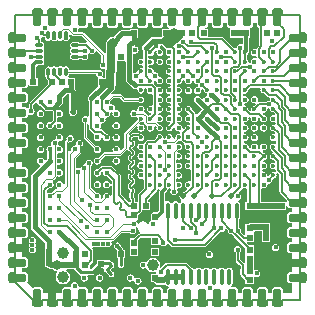
<source format=gbl>
G04 Layer_Physical_Order=8*
G04 Layer_Color=16711680*
%FSLAX43Y43*%
%MOMM*%
G71*
G01*
G75*
%ADD16R,0.500X0.500*%
%ADD17R,0.500X0.500*%
%ADD29C,0.400*%
%ADD30C,0.700*%
%ADD31C,0.500*%
%ADD33C,0.150*%
%ADD34C,0.250*%
%ADD35C,0.200*%
%ADD36C,0.300*%
G04:AMPARAMS|DCode=39|XSize=0.7mm|YSize=1.6mm|CornerRadius=0.175mm|HoleSize=0mm|Usage=FLASHONLY|Rotation=90.000|XOffset=0mm|YOffset=0mm|HoleType=Round|Shape=RoundedRectangle|*
%AMROUNDEDRECTD39*
21,1,0.700,1.250,0,0,90.0*
21,1,0.350,1.600,0,0,90.0*
1,1,0.350,0.625,0.175*
1,1,0.350,0.625,-0.175*
1,1,0.350,-0.625,-0.175*
1,1,0.350,-0.625,0.175*
%
%ADD39ROUNDEDRECTD39*%
%ADD40R,1.600X0.700*%
G04:AMPARAMS|DCode=41|XSize=0.7mm|YSize=1.6mm|CornerRadius=0.175mm|HoleSize=0mm|Usage=FLASHONLY|Rotation=0.000|XOffset=0mm|YOffset=0mm|HoleType=Round|Shape=RoundedRectangle|*
%AMROUNDEDRECTD41*
21,1,0.700,1.250,0,0,0.0*
21,1,0.350,1.600,0,0,0.0*
1,1,0.350,0.175,-0.625*
1,1,0.350,-0.175,-0.625*
1,1,0.350,-0.175,0.625*
1,1,0.350,0.175,0.625*
%
%ADD41ROUNDEDRECTD41*%
%ADD42C,0.991*%
%ADD43C,0.400*%
%ADD44C,0.800*%
%ADD45C,0.500*%
%ADD46C,0.100*%
%ADD47C,0.300*%
%ADD48P,0.707X4X180.0*%
%ADD49O,0.750X0.300*%
%ADD50O,0.300X0.750*%
%ADD51R,1.800X1.800*%
%ADD52C,0.360*%
%ADD53C,0.410*%
%ADD54O,0.350X1.400*%
G36*
X9515Y4100D02*
X9536Y3991D01*
X9598Y3898D01*
X9691Y3836D01*
X9800Y3815D01*
X9828Y3820D01*
X9940Y3707D01*
X9878Y3590D01*
X9800Y3606D01*
X9683Y3583D01*
X9584Y3516D01*
X9517Y3417D01*
X9494Y3300D01*
X9517Y3183D01*
X9584Y3084D01*
X9683Y3017D01*
X9800Y2994D01*
X9892Y3012D01*
X9994Y2939D01*
X9993Y2844D01*
X9887Y2768D01*
X9800Y2786D01*
X9691Y2764D01*
X9598Y2702D01*
X9536Y2609D01*
X9515Y2500D01*
X9536Y2391D01*
X9598Y2298D01*
X9691Y2236D01*
X9800Y2215D01*
X9828Y2220D01*
X9969Y2078D01*
X9911Y1970D01*
X9903Y1965D01*
X9800Y1986D01*
X9691Y1964D01*
X9598Y1902D01*
X9536Y1809D01*
X9515Y1700D01*
X9536Y1591D01*
X9598Y1498D01*
X9691Y1436D01*
X9800Y1415D01*
X9909Y1436D01*
X9945Y1460D01*
X10072Y1392D01*
Y1208D01*
X9945Y1140D01*
X9909Y1164D01*
X9800Y1186D01*
X9691Y1164D01*
X9598Y1102D01*
X9536Y1009D01*
X9515Y900D01*
X9536Y791D01*
X9598Y698D01*
X9626Y680D01*
X9635Y632D01*
X9674Y574D01*
X9744Y504D01*
X9702Y366D01*
X9691Y364D01*
X9598Y302D01*
X9536Y209D01*
X9515Y100D01*
X9536Y-9D01*
X9598Y-102D01*
X9691Y-164D01*
X9800Y-185D01*
X9828Y-180D01*
X9965Y-317D01*
X9910Y-429D01*
X9895Y-433D01*
X9800Y-415D01*
X9691Y-436D01*
X9598Y-498D01*
X9536Y-591D01*
X9515Y-700D01*
X9536Y-809D01*
X9598Y-902D01*
X9691Y-964D01*
X9800Y-986D01*
X9895Y-967D01*
X9925Y-975D01*
X10022Y-1041D01*
Y-1100D01*
X10035Y-1168D01*
X10033Y-1170D01*
X9943Y-1259D01*
X9909Y-1236D01*
X9800Y-1215D01*
X9691Y-1236D01*
X9598Y-1298D01*
X9536Y-1391D01*
X9515Y-1500D01*
X9391Y-1528D01*
X9331Y-1525D01*
X9306Y-1500D01*
X9283Y-1383D01*
X9216Y-1284D01*
X9117Y-1217D01*
X9000Y-1194D01*
X8996Y-1195D01*
X8878Y-1102D01*
Y-1098D01*
X8996Y-1005D01*
X9000Y-1006D01*
X9117Y-983D01*
X9216Y-916D01*
X9283Y-817D01*
X9306Y-700D01*
X9283Y-583D01*
X9216Y-484D01*
X9117Y-417D01*
X9000Y-394D01*
X8967Y-401D01*
X8910Y-294D01*
X8993Y-205D01*
X9000Y-206D01*
X9117Y-183D01*
X9216Y-116D01*
X9283Y-17D01*
X9306Y100D01*
X9283Y217D01*
X9216Y316D01*
X9117Y383D01*
X9000Y406D01*
X8993Y405D01*
X8910Y494D01*
X8967Y601D01*
X9000Y594D01*
X9117Y617D01*
X9216Y684D01*
X9283Y783D01*
X9306Y900D01*
X9283Y1017D01*
X9216Y1116D01*
X9117Y1183D01*
X9000Y1206D01*
X8883Y1183D01*
X8784Y1116D01*
X8717Y1017D01*
X8694Y900D01*
X8699Y875D01*
X8660Y804D01*
X8604Y757D01*
X8527Y775D01*
X8492Y831D01*
X8506Y900D01*
X8483Y1017D01*
X8416Y1116D01*
X8317Y1183D01*
X8200Y1206D01*
X8083Y1183D01*
X7984Y1116D01*
X7917Y1017D01*
X7894Y900D01*
X7901Y867D01*
X7794Y810D01*
X7705Y893D01*
X7706Y900D01*
X7683Y1017D01*
X7616Y1116D01*
X7517Y1183D01*
X7400Y1206D01*
X7396Y1205D01*
X7277Y1298D01*
Y1302D01*
X7396Y1395D01*
X7400Y1394D01*
X7517Y1417D01*
X7616Y1484D01*
X7683Y1583D01*
X7706Y1700D01*
X7683Y1817D01*
X7616Y1916D01*
X7517Y1983D01*
X7400Y2006D01*
X7396Y2005D01*
X7277Y2098D01*
Y2102D01*
X7396Y2195D01*
X7400Y2194D01*
X7517Y2217D01*
X7616Y2284D01*
X7683Y2383D01*
X7706Y2500D01*
X7683Y2617D01*
X7616Y2716D01*
X7517Y2783D01*
X7400Y2806D01*
X7396Y2805D01*
X7277Y2898D01*
Y2902D01*
X7396Y2995D01*
X7400Y2994D01*
X7517Y3017D01*
X7616Y3084D01*
X7683Y3183D01*
X7706Y3300D01*
X7701Y3322D01*
X7790Y3446D01*
X7793Y3447D01*
X7873Y3425D01*
X7908Y3369D01*
X7894Y3300D01*
X7917Y3183D01*
X7984Y3084D01*
X8083Y3017D01*
X8200Y2994D01*
X8317Y3017D01*
X8416Y3084D01*
X8483Y3183D01*
X8506Y3300D01*
X8499Y3333D01*
X8606Y3390D01*
X8695Y3306D01*
X8694Y3300D01*
X8717Y3183D01*
X8784Y3084D01*
X8883Y3017D01*
X9000Y2994D01*
X9117Y3017D01*
X9216Y3084D01*
X9283Y3183D01*
X9306Y3300D01*
X9283Y3417D01*
X9216Y3516D01*
X9117Y3583D01*
X9000Y3606D01*
X8994Y3605D01*
X8910Y3694D01*
X8967Y3801D01*
X9000Y3794D01*
X9117Y3817D01*
X9216Y3884D01*
X9283Y3983D01*
X9306Y4100D01*
X9400Y4194D01*
X9404Y4195D01*
X9515Y4100D01*
D02*
G37*
G36*
X8725Y5825D02*
X8733Y5795D01*
X8715Y5700D01*
X8736Y5591D01*
X8798Y5498D01*
X8891Y5436D01*
X9000Y5415D01*
X9028Y5420D01*
X9274Y5174D01*
X9332Y5135D01*
X9400Y5122D01*
X9459D01*
X9525Y5025D01*
X9533Y4995D01*
X9515Y4900D01*
X9404Y4805D01*
X9400Y4806D01*
X9283Y4783D01*
X9184Y4716D01*
X9158Y4678D01*
X8600D01*
X8560Y4671D01*
X8492Y4743D01*
X8476Y4773D01*
X8483Y4783D01*
X8506Y4900D01*
X8483Y5017D01*
X8416Y5116D01*
X8317Y5183D01*
X8200Y5206D01*
X8083Y5183D01*
X7984Y5116D01*
X7917Y5017D01*
X7894Y4900D01*
X7917Y4783D01*
X7984Y4684D01*
X8083Y4617D01*
X8200Y4594D01*
X8278Y4610D01*
X8340Y4493D01*
X8228Y4380D01*
X8200Y4386D01*
X8091Y4364D01*
X7998Y4302D01*
X7936Y4209D01*
X7915Y4100D01*
X7926Y4042D01*
X7809Y3979D01*
X7703Y4085D01*
X7706Y4100D01*
X7683Y4217D01*
X7616Y4316D01*
X7517Y4383D01*
X7400Y4406D01*
X7306Y4500D01*
X7400Y4594D01*
X7517Y4617D01*
X7616Y4684D01*
X7683Y4783D01*
X7706Y4900D01*
X7683Y5017D01*
X7616Y5116D01*
X7517Y5183D01*
X7400Y5206D01*
X7308Y5188D01*
X7206Y5261D01*
X7208Y5358D01*
X7314Y5432D01*
X7400Y5415D01*
X7509Y5436D01*
X7602Y5498D01*
X7664Y5591D01*
X7685Y5700D01*
X7680Y5728D01*
X7874Y5922D01*
X8659D01*
X8725Y5825D01*
D02*
G37*
G36*
X-2750Y8150D02*
X-2706Y8041D01*
Y6600D01*
X-2706Y6600D01*
X-2683Y6483D01*
X-2616Y6384D01*
X-2216Y5984D01*
X-2216Y5984D01*
X-2216Y5984D01*
X-2116Y5884D01*
X-2017Y5817D01*
X-1900Y5794D01*
X-1783Y5817D01*
X-1679Y5734D01*
X-1685Y5700D01*
X-1664Y5591D01*
X-1602Y5498D01*
X-1509Y5436D01*
X-1400Y5415D01*
X-1291Y5436D01*
X-1198Y5498D01*
X-1136Y5591D01*
X-1115Y5700D01*
X-1122Y5737D01*
X-1040Y5848D01*
X-980Y5848D01*
X-898Y5739D01*
X-906Y5700D01*
X-883Y5583D01*
X-816Y5484D01*
X-717Y5417D01*
X-600Y5394D01*
X-531Y5408D01*
X-404Y5329D01*
Y4471D01*
X-531Y4392D01*
X-600Y4406D01*
X-717Y4383D01*
X-816Y4316D01*
X-883Y4217D01*
X-906Y4100D01*
X-883Y3983D01*
X-816Y3884D01*
X-717Y3817D01*
X-600Y3794D01*
X-567Y3801D01*
X-505Y3684D01*
X-604Y3585D01*
X-709Y3564D01*
X-723Y3555D01*
X-878Y3599D01*
X-885Y3615D01*
X-1085Y3815D01*
X-1126Y3969D01*
X-1117Y3983D01*
X-1094Y4100D01*
X-1117Y4217D01*
X-1184Y4316D01*
X-1283Y4383D01*
X-1400Y4406D01*
X-1517Y4383D01*
X-1616Y4316D01*
X-1683Y4217D01*
X-1706Y4100D01*
X-1684Y3989D01*
X-1684Y3982D01*
X-1784Y3916D01*
X-1883Y3983D01*
X-2000Y4006D01*
X-2117Y3983D01*
X-2216Y3916D01*
X-2283Y3817D01*
X-2306Y3700D01*
X-2283Y3583D01*
X-2216Y3484D01*
X-2117Y3417D01*
X-2000Y3394D01*
X-1883Y3417D01*
X-1830Y3453D01*
X-1780Y3447D01*
X-1682Y3318D01*
X-1685Y3300D01*
X-1676Y3253D01*
X-2815Y2115D01*
X-2862Y2000D01*
Y867D01*
X-3067Y663D01*
X-3136Y684D01*
X-3192Y717D01*
X-3213Y819D01*
X-3280Y920D01*
X-3381Y987D01*
X-3500Y1011D01*
X-3619Y987D01*
X-3720Y920D01*
X-3787Y819D01*
X-3811Y700D01*
X-3789Y589D01*
X-3789Y578D01*
X-3861Y462D01*
X-4500D01*
X-4615Y415D01*
X-5032Y-3D01*
X-5100Y11D01*
X-5219Y-13D01*
X-5320Y-80D01*
X-5387Y-181D01*
X-5411Y-300D01*
X-5402Y-344D01*
X-5517Y-383D01*
X-5584Y-284D01*
X-5683Y-217D01*
X-5800Y-194D01*
X-5917Y-217D01*
X-6016Y-284D01*
X-6083Y-383D01*
X-6106Y-500D01*
X-6200Y-594D01*
X-6317Y-617D01*
X-6416Y-684D01*
X-6483Y-783D01*
X-6491Y-826D01*
X-6570Y-905D01*
X-6627Y-909D01*
X-6700Y-894D01*
X-6811Y-916D01*
X-6819Y-917D01*
X-6938Y-845D01*
Y-67D01*
X-6485Y385D01*
X-6438Y500D01*
Y948D01*
X-6384Y984D01*
X-6317Y1083D01*
X-6294Y1200D01*
X-6317Y1317D01*
X-6384Y1416D01*
X-6483Y1483D01*
X-6600Y1506D01*
X-6717Y1483D01*
X-6816Y1416D01*
X-6883Y1317D01*
X-6906Y1200D01*
X-6889Y1113D01*
X-6946Y1031D01*
X-6981Y1002D01*
X-7000Y1006D01*
X-7117Y983D01*
X-7216Y916D01*
X-7283Y817D01*
X-7306Y700D01*
X-7293Y636D01*
X-7411Y519D01*
X-7538Y572D01*
Y1215D01*
X-7439Y1302D01*
X-7400Y1294D01*
X-7283Y1317D01*
X-7184Y1384D01*
X-7117Y1483D01*
X-7094Y1600D01*
X-7117Y1717D01*
X-7184Y1816D01*
X-7283Y1883D01*
X-7400Y1906D01*
X-7517Y1883D01*
X-7616Y1816D01*
X-7683Y1717D01*
X-7706Y1600D01*
X-7693Y1536D01*
X-7815Y1415D01*
X-7862Y1300D01*
Y-2206D01*
X-7875Y-2224D01*
X-7880Y-2225D01*
X-8013Y-2181D01*
X-8080Y-2080D01*
X-8181Y-2013D01*
X-8300Y-1989D01*
X-8419Y-2013D01*
X-8520Y-2080D01*
X-8587Y-2181D01*
X-8611Y-2300D01*
X-8587Y-2419D01*
X-8526Y-2511D01*
X-8537Y-2558D01*
X-8572Y-2638D01*
X-8600D01*
X-8715Y-2685D01*
X-9032Y-3003D01*
X-9100Y-2989D01*
X-9219Y-3013D01*
X-9270Y-3046D01*
X-9397Y-2984D01*
Y-2849D01*
X-9149Y-2601D01*
X-9100Y-2611D01*
X-8981Y-2587D01*
X-8880Y-2520D01*
X-8813Y-2419D01*
X-8789Y-2300D01*
X-8813Y-2181D01*
X-8880Y-2080D01*
X-8880Y-2078D01*
X-8855Y-1944D01*
X-8785Y-1915D01*
X-8585Y-1715D01*
X-8557Y-1648D01*
X-8427Y-1589D01*
X-8411Y-1589D01*
X-8300Y-1611D01*
X-8181Y-1587D01*
X-8080Y-1520D01*
X-8013Y-1419D01*
X-7989Y-1300D01*
X-8013Y-1181D01*
X-8080Y-1080D01*
X-8181Y-1013D01*
X-8300Y-989D01*
X-8411Y-1011D01*
X-8422Y-1011D01*
X-8538Y-939D01*
Y-661D01*
X-8422Y-589D01*
X-8411Y-589D01*
X-8300Y-611D01*
X-8181Y-587D01*
X-8080Y-520D01*
X-8013Y-419D01*
X-7989Y-300D01*
X-8013Y-181D01*
X-8080Y-80D01*
X-8181Y-13D01*
X-8300Y11D01*
X-8411Y-11D01*
X-8422Y-11D01*
X-8538Y61D01*
Y339D01*
X-8422Y411D01*
X-8411Y411D01*
X-8300Y389D01*
X-8181Y413D01*
X-8080Y480D01*
X-8013Y581D01*
X-7989Y700D01*
X-8013Y819D01*
X-8080Y920D01*
X-8181Y987D01*
X-8300Y1011D01*
X-8315Y1008D01*
X-8347Y1032D01*
X-8410Y1118D01*
X-8394Y1200D01*
X-8410Y1282D01*
X-8347Y1368D01*
X-8315Y1392D01*
X-8300Y1389D01*
X-8181Y1413D01*
X-8080Y1480D01*
X-8013Y1581D01*
X-7989Y1700D01*
X-8013Y1819D01*
X-8080Y1920D01*
X-8181Y1987D01*
X-8300Y2011D01*
X-8419Y1987D01*
X-8520Y1920D01*
X-8587Y1819D01*
X-8611Y1700D01*
X-8594Y1614D01*
X-8654Y1530D01*
X-8688Y1504D01*
X-8700Y1506D01*
X-8817Y1483D01*
X-8916Y1416D01*
X-8983Y1317D01*
X-9006Y1200D01*
X-8990Y1118D01*
X-9053Y1032D01*
X-9085Y1008D01*
X-9100Y1011D01*
X-9219Y987D01*
X-9320Y920D01*
X-9387Y819D01*
X-9411Y700D01*
X-9387Y581D01*
X-9329Y494D01*
Y-94D01*
X-9334Y-102D01*
X-9472Y-239D01*
X-9609Y-197D01*
X-9613Y-181D01*
X-9680Y-80D01*
X-9781Y-13D01*
X-9900Y11D01*
X-10019Y-13D01*
X-10120Y-80D01*
X-10187Y-181D01*
X-10211Y-300D01*
X-10187Y-419D01*
X-10120Y-520D01*
X-10019Y-587D01*
X-10003Y-591D01*
X-9961Y-728D01*
X-10616Y-1384D01*
X-10683Y-1483D01*
X-10706Y-1600D01*
X-10706Y-1600D01*
Y-5900D01*
X-10706Y-5900D01*
X-10683Y-6017D01*
X-10616Y-6116D01*
X-9506Y-7227D01*
Y-7650D01*
X-9550D01*
Y-7966D01*
X-9557Y-8000D01*
Y-8900D01*
X-9550Y-8934D01*
Y-9250D01*
X-9355D01*
X-9252Y-9352D01*
X-9137Y-9430D01*
X-9000Y-9457D01*
X-8863D01*
X-8861Y-9460D01*
X-8695Y-9571D01*
X-8527Y-9604D01*
X-8481Y-9689D01*
X-8471Y-9733D01*
X-8571Y-9884D01*
X-8617Y-10116D01*
X-8571Y-10348D01*
X-8439Y-10545D01*
X-8242Y-10677D01*
X-8010Y-10723D01*
X-7778Y-10677D01*
X-7581Y-10545D01*
X-7449Y-10348D01*
X-7403Y-10116D01*
X-7449Y-9884D01*
X-7581Y-9687D01*
X-7735Y-9584D01*
X-7696Y-9457D01*
X-7066D01*
X-7062Y-9462D01*
X-6662Y-9862D01*
X-6588Y-9912D01*
X-6529Y-9924D01*
X-6481Y-9998D01*
X-6465Y-10056D01*
X-6483Y-10083D01*
X-6506Y-10200D01*
X-6483Y-10317D01*
X-6416Y-10416D01*
X-6317Y-10483D01*
X-6200Y-10506D01*
X-6083Y-10483D01*
X-5984Y-10416D01*
X-5917Y-10317D01*
X-5894Y-10200D01*
X-5917Y-10083D01*
X-5935Y-10056D01*
X-5867Y-9929D01*
X-5500D01*
X-5412Y-9912D01*
X-5338Y-9862D01*
X-4826Y-9350D01*
X-4611D01*
X-4525Y-9477D01*
X-4529Y-9500D01*
X-4512Y-9588D01*
X-4462Y-9662D01*
X-4138Y-9987D01*
X-4135Y-9998D01*
X-4080Y-10080D01*
X-3998Y-10135D01*
X-3900Y-10155D01*
X-3802Y-10135D01*
X-3720Y-10080D01*
X-3665Y-9998D01*
X-3645Y-9900D01*
X-3665Y-9802D01*
X-3720Y-9720D01*
X-3802Y-9665D01*
X-3813Y-9662D01*
X-3976Y-9500D01*
X-3813Y-9338D01*
X-3802Y-9335D01*
X-3720Y-9280D01*
X-3665Y-9198D01*
X-3645Y-9100D01*
X-3665Y-9002D01*
X-3720Y-8920D01*
X-3802Y-8865D01*
X-3813Y-8862D01*
X-3938Y-8738D01*
X-4012Y-8688D01*
X-4100Y-8671D01*
X-4450D01*
Y-8650D01*
X-5150D01*
Y-9026D01*
X-5595Y-9471D01*
X-5632D01*
X-5750Y-9450D01*
Y-9102D01*
X-5474Y-8826D01*
X-5435Y-8768D01*
X-5422Y-8700D01*
Y-7900D01*
X-5435Y-7832D01*
X-5474Y-7774D01*
X-5540Y-7707D01*
X-5478Y-7590D01*
X-5400Y-7606D01*
X-5283Y-7583D01*
X-5200Y-7527D01*
X-5117Y-7583D01*
X-5000Y-7606D01*
X-4883Y-7583D01*
X-4800Y-7527D01*
X-4717Y-7583D01*
X-4600Y-7606D01*
X-4483Y-7583D01*
X-4400Y-7527D01*
X-4317Y-7583D01*
X-4200Y-7606D01*
X-4083Y-7583D01*
X-3984Y-7516D01*
X-3917Y-7417D01*
X-3894Y-7300D01*
X-3916Y-7189D01*
X-3917Y-7181D01*
X-3845Y-7062D01*
X-3800D01*
X-3685Y-7015D01*
X-3033Y-6362D01*
X-2352D01*
X-2316Y-6416D01*
X-2217Y-6483D01*
X-2100Y-6506D01*
X-1983Y-6483D01*
X-1884Y-6416D01*
X-1817Y-6317D01*
X-1794Y-6200D01*
X-1817Y-6083D01*
X-1846Y-6040D01*
X-1822Y-5898D01*
X-1806Y-5888D01*
X-1789Y-5890D01*
X-1721Y-5917D01*
X-1672Y-5962D01*
X-1647Y-6085D01*
X-1542Y-6242D01*
X-1464Y-6295D01*
X-1498Y-6416D01*
X-1502Y-6422D01*
X-1568Y-6435D01*
X-1626Y-6474D01*
X-2002Y-6850D01*
X-2350D01*
Y-7523D01*
X-2350Y-7550D01*
Y-7650D01*
X-2350Y-7677D01*
Y-8350D01*
X-1650D01*
Y-7677D01*
X-1650Y-7650D01*
Y-7550D01*
X-1650Y-7523D01*
Y-7002D01*
X-1426Y-6778D01*
X-550D01*
Y-7450D01*
X150D01*
Y-7445D01*
X277Y-7406D01*
X284Y-7416D01*
X383Y-7483D01*
X500Y-7506D01*
X617Y-7483D01*
X716Y-7416D01*
X783Y-7317D01*
X783Y-7315D01*
X921Y-7273D01*
X1174Y-7526D01*
X1232Y-7565D01*
X1300Y-7578D01*
X4000D01*
X4068Y-7565D01*
X4126Y-7526D01*
X5355Y-6297D01*
X5400Y-6306D01*
X5517Y-6283D01*
X5616Y-6216D01*
X5683Y-6117D01*
X5690Y-6078D01*
X5828Y-6036D01*
X5948Y-6155D01*
X5939Y-6200D01*
X5962Y-6317D01*
X6028Y-6416D01*
X6128Y-6483D01*
X6245Y-6506D01*
X6289Y-6497D01*
X6493Y-6701D01*
X6510Y-6712D01*
X7450Y-7652D01*
Y-8123D01*
X7450Y-8150D01*
Y-8250D01*
X7450Y-8277D01*
Y-8566D01*
X7443Y-8600D01*
Y-8920D01*
X7358Y-8959D01*
X7316Y-8964D01*
X6978Y-8626D01*
Y-8042D01*
X7016Y-8016D01*
X7083Y-7917D01*
X7106Y-7800D01*
X7083Y-7683D01*
X7016Y-7584D01*
X6917Y-7517D01*
X6800Y-7494D01*
X6683Y-7517D01*
X6584Y-7584D01*
X6517Y-7683D01*
X6494Y-7800D01*
X6517Y-7917D01*
X6584Y-8016D01*
X6622Y-8042D01*
Y-8700D01*
X6635Y-8768D01*
X6674Y-8826D01*
X7022Y-9174D01*
Y-9900D01*
X7035Y-9968D01*
X7074Y-10026D01*
X7450Y-10402D01*
Y-10750D01*
X8150D01*
Y-10146D01*
X8277Y-10079D01*
X8283Y-10083D01*
X8400Y-10106D01*
X8517Y-10083D01*
X8616Y-10016D01*
X8683Y-9917D01*
X8706Y-9800D01*
X8683Y-9683D01*
X8616Y-9584D01*
X8517Y-9517D01*
X8400Y-9494D01*
X8283Y-9517D01*
X8157Y-9449D01*
Y-8600D01*
X8150Y-8566D01*
Y-8277D01*
X8150Y-8250D01*
Y-8150D01*
X8150Y-8123D01*
Y-7450D01*
X7752D01*
X7570Y-7267D01*
X7618Y-7150D01*
X8150D01*
Y-6477D01*
X8150Y-6450D01*
Y-6350D01*
X8250Y-6257D01*
X8843D01*
Y-6800D01*
X8850Y-6834D01*
Y-7150D01*
X9166D01*
X9200Y-7157D01*
X9234Y-7150D01*
X9550D01*
Y-6834D01*
X9557Y-6800D01*
Y-5900D01*
X9550Y-5866D01*
Y-5550D01*
X9234D01*
X9200Y-5543D01*
X7900D01*
X7833Y-5556D01*
X7764Y-5570D01*
X7763Y-5570D01*
X7763Y-5570D01*
X7704Y-5610D01*
X7648Y-5648D01*
X7648Y-5648D01*
X7648Y-5648D01*
X7648Y-5648D01*
X7645Y-5650D01*
X7450D01*
Y-5965D01*
X7443Y-6000D01*
X7450Y-6034D01*
Y-6323D01*
X7450Y-6350D01*
Y-6450D01*
X7450Y-6477D01*
Y-6518D01*
X7323Y-6571D01*
X7060Y-6307D01*
X7081Y-6200D01*
X7058Y-6083D01*
X6991Y-5984D01*
X6903Y-5925D01*
Y-5237D01*
X6923Y-5223D01*
X6984Y-5132D01*
X7005Y-5025D01*
Y-3975D01*
X6984Y-3868D01*
X6923Y-3777D01*
X6847Y-3726D01*
X6844Y-3666D01*
X6861Y-3594D01*
X6917Y-3583D01*
X7016Y-3516D01*
X7083Y-3417D01*
X7106Y-3300D01*
X7083Y-3183D01*
X7016Y-3084D01*
X6937Y-3031D01*
X6909Y-2938D01*
X6903Y-2885D01*
X7144Y-2644D01*
X7144Y-2644D01*
X7156Y-2626D01*
X7291Y-2564D01*
X7400Y-2586D01*
X7469Y-2572D01*
X7596Y-2647D01*
Y-3750D01*
X7450D01*
Y-4066D01*
X7443Y-4100D01*
X7450Y-4134D01*
Y-4450D01*
X7766D01*
X7800Y-4457D01*
X10500D01*
X10534Y-4450D01*
X10850D01*
Y-4134D01*
X10857Y-4100D01*
X10866Y-4088D01*
X10927Y-4090D01*
X11007Y-4109D01*
X11057Y-4183D01*
X11148Y-4244D01*
X11255Y-4265D01*
X11430D01*
Y-4625D01*
X11255D01*
X11148Y-4646D01*
X11057Y-4707D01*
X10996Y-4798D01*
X10975Y-4905D01*
Y-5255D01*
X10996Y-5362D01*
X11057Y-5453D01*
X11148Y-5514D01*
X11255Y-5535D01*
X11430D01*
Y-5895D01*
X11255D01*
X11148Y-5916D01*
X11057Y-5977D01*
X10996Y-6068D01*
X10975Y-6175D01*
Y-6525D01*
X10996Y-6632D01*
X11057Y-6723D01*
X11148Y-6784D01*
X11255Y-6805D01*
X11430D01*
Y-7165D01*
X11255D01*
X11148Y-7186D01*
X11057Y-7247D01*
X10996Y-7338D01*
X10975Y-7445D01*
Y-7795D01*
X10996Y-7902D01*
X11057Y-7993D01*
X11148Y-8054D01*
X11255Y-8075D01*
X11430D01*
Y-9705D01*
X11255D01*
X11148Y-9726D01*
X11057Y-9787D01*
X10996Y-9878D01*
X10975Y-9985D01*
Y-10335D01*
X10996Y-10442D01*
X11057Y-10533D01*
X11148Y-10594D01*
X11255Y-10615D01*
X11430D01*
Y-11430D01*
X10615D01*
Y-11255D01*
X10594Y-11148D01*
X10533Y-11057D01*
X10442Y-10996D01*
X10335Y-10975D01*
X9985D01*
X9878Y-10996D01*
X9787Y-11057D01*
X9726Y-11148D01*
X9705Y-11255D01*
Y-11430D01*
X9345D01*
Y-11255D01*
X9324Y-11148D01*
X9263Y-11057D01*
X9172Y-10996D01*
X9065Y-10975D01*
X8715D01*
X8608Y-10996D01*
X8517Y-11057D01*
X8456Y-11148D01*
X8435Y-11255D01*
Y-11430D01*
X8075D01*
Y-11255D01*
X8054Y-11148D01*
X7993Y-11057D01*
X7902Y-10996D01*
X7795Y-10975D01*
X7445D01*
X7338Y-10996D01*
X7247Y-11057D01*
X7186Y-11148D01*
X7165Y-11255D01*
Y-11430D01*
X6805D01*
Y-11255D01*
X6784Y-11148D01*
X6723Y-11057D01*
X6632Y-10996D01*
X6525Y-10975D01*
X6275D01*
X6237Y-10848D01*
X6273Y-10823D01*
X6334Y-10732D01*
X6355Y-10625D01*
Y-9575D01*
X6334Y-9468D01*
X6273Y-9377D01*
X6182Y-9316D01*
X6075Y-9295D01*
X5968Y-9316D01*
X5877Y-9377D01*
X5816Y-9468D01*
X5815Y-9474D01*
X5685D01*
X5684Y-9468D01*
X5623Y-9377D01*
X5532Y-9316D01*
X5425Y-9295D01*
X5318Y-9316D01*
X5227Y-9377D01*
X5166Y-9468D01*
X5165Y-9474D01*
X5035D01*
X5034Y-9468D01*
X4973Y-9377D01*
X4882Y-9316D01*
X4775Y-9295D01*
X4668Y-9316D01*
X4577Y-9377D01*
X4516Y-9468D01*
X4515Y-9474D01*
X4385D01*
X4384Y-9468D01*
X4323Y-9377D01*
X4232Y-9316D01*
X4125Y-9295D01*
X4018Y-9316D01*
X3927Y-9377D01*
X3866Y-9468D01*
X3865Y-9474D01*
X3735D01*
X3734Y-9468D01*
X3673Y-9377D01*
X3582Y-9316D01*
X3475Y-9295D01*
X3368Y-9316D01*
X3277Y-9377D01*
X3216Y-9468D01*
X3215Y-9474D01*
X3085D01*
X3084Y-9468D01*
X3023Y-9377D01*
X2932Y-9316D01*
X2852Y-9300D01*
X2526Y-8974D01*
X2468Y-8935D01*
X2400Y-8922D01*
X800D01*
X732Y-8935D01*
X674Y-8974D01*
X297Y-9351D01*
X180Y-9288D01*
X217Y-9100D01*
X171Y-8868D01*
X39Y-8671D01*
X-158Y-8539D01*
X-390Y-8493D01*
X-622Y-8539D01*
X-819Y-8671D01*
X-903Y-8796D01*
X-965Y-8863D01*
X-1066Y-8829D01*
X-1083Y-8817D01*
X-1200Y-8794D01*
X-1317Y-8817D01*
X-1416Y-8884D01*
X-1483Y-8983D01*
X-1506Y-9100D01*
X-1483Y-9217D01*
X-1416Y-9316D01*
X-1317Y-9383D01*
X-1200Y-9406D01*
X-1083Y-9383D01*
X-1066Y-9371D01*
X-965Y-9337D01*
X-903Y-9404D01*
X-819Y-9529D01*
X-622Y-9661D01*
X-390Y-9707D01*
X-158Y-9661D01*
X-82Y-9742D01*
X-126Y-9810D01*
X-187Y-9846D01*
X-200Y-9843D01*
X-234Y-9850D01*
X-550D01*
Y-10165D01*
X-557Y-10200D01*
X-550Y-10234D01*
Y-10550D01*
X-355D01*
X-252Y-10652D01*
X-137Y-10730D01*
X0Y-10757D01*
X575D01*
X626Y-10747D01*
X677Y-10823D01*
X768Y-10884D01*
X875Y-10905D01*
X903Y-10900D01*
X953Y-11019D01*
X897Y-11057D01*
X836Y-11148D01*
X815Y-11255D01*
Y-11430D01*
X455D01*
Y-11255D01*
X434Y-11148D01*
X373Y-11057D01*
X282Y-10996D01*
X175Y-10975D01*
X-175D01*
X-282Y-10996D01*
X-373Y-11057D01*
X-434Y-11148D01*
X-455Y-11255D01*
Y-11430D01*
X-815D01*
Y-11255D01*
X-836Y-11148D01*
X-897Y-11057D01*
X-988Y-10996D01*
X-1095Y-10975D01*
X-1445D01*
X-1552Y-10996D01*
X-1643Y-11057D01*
X-1704Y-11148D01*
X-1725Y-11255D01*
Y-11430D01*
X-2085D01*
Y-11255D01*
X-2106Y-11148D01*
X-2167Y-11057D01*
X-2258Y-10996D01*
X-2365Y-10975D01*
X-2715D01*
X-2822Y-10996D01*
X-2913Y-11057D01*
X-2974Y-11148D01*
X-2995Y-11255D01*
Y-11430D01*
X-3355D01*
Y-11255D01*
X-3376Y-11148D01*
X-3437Y-11057D01*
X-3528Y-10996D01*
X-3635Y-10975D01*
X-3985D01*
X-4092Y-10996D01*
X-4183Y-11057D01*
X-4244Y-11148D01*
X-4265Y-11255D01*
Y-11430D01*
X-4625D01*
Y-11255D01*
X-4646Y-11148D01*
X-4707Y-11057D01*
X-4798Y-10996D01*
X-4905Y-10975D01*
X-5255D01*
X-5362Y-10996D01*
X-5453Y-11057D01*
X-5514Y-11148D01*
X-5535Y-11255D01*
Y-11430D01*
X-5895D01*
Y-11255D01*
X-5916Y-11148D01*
X-5977Y-11057D01*
X-6068Y-10996D01*
X-6175Y-10975D01*
X-6525D01*
X-6592Y-10988D01*
X-6682Y-10920D01*
X-6702Y-10890D01*
X-6694Y-10850D01*
X-6717Y-10733D01*
X-6784Y-10634D01*
X-6883Y-10567D01*
X-7000Y-10544D01*
X-7117Y-10567D01*
X-7216Y-10634D01*
X-7283Y-10733D01*
X-7306Y-10850D01*
X-7300Y-10880D01*
X-7409Y-10982D01*
X-7445Y-10975D01*
X-7795D01*
X-7902Y-10996D01*
X-7993Y-11057D01*
X-8054Y-11148D01*
X-8075Y-11255D01*
Y-11430D01*
X-9705D01*
Y-11255D01*
X-9726Y-11148D01*
X-9787Y-11057D01*
X-9878Y-10996D01*
X-9985Y-10975D01*
X-10335D01*
X-10442Y-10996D01*
X-10533Y-11057D01*
X-11057Y-10533D01*
X-10996Y-10442D01*
X-10975Y-10335D01*
Y-9985D01*
X-10996Y-9878D01*
X-11057Y-9787D01*
X-11148Y-9726D01*
X-11255Y-9705D01*
X-11430D01*
Y-9345D01*
X-11255D01*
X-11148Y-9324D01*
X-11057Y-9263D01*
X-10996Y-9172D01*
X-10975Y-9065D01*
Y-8715D01*
X-10996Y-8608D01*
X-11057Y-8517D01*
X-11148Y-8456D01*
X-11255Y-8435D01*
X-11430D01*
Y-6805D01*
X-11255D01*
X-11148Y-6784D01*
X-11057Y-6723D01*
X-10996Y-6632D01*
X-10975Y-6525D01*
Y-6175D01*
X-10996Y-6068D01*
X-11057Y-5977D01*
X-11148Y-5916D01*
X-11255Y-5895D01*
X-11430D01*
Y-5535D01*
X-11255D01*
X-11148Y-5514D01*
X-11057Y-5453D01*
X-10996Y-5362D01*
X-10975Y-5255D01*
Y-4905D01*
X-10996Y-4798D01*
X-11057Y-4707D01*
X-11148Y-4646D01*
X-11255Y-4625D01*
X-11430D01*
Y-4265D01*
X-11255D01*
X-11148Y-4244D01*
X-11057Y-4183D01*
X-10996Y-4092D01*
X-10975Y-3985D01*
Y-3635D01*
X-10996Y-3528D01*
X-11057Y-3437D01*
X-11148Y-3376D01*
X-11255Y-3355D01*
X-11430D01*
Y-2995D01*
X-11255D01*
X-11148Y-2974D01*
X-11057Y-2913D01*
X-10996Y-2822D01*
X-10975Y-2715D01*
Y-2365D01*
X-10996Y-2258D01*
X-11057Y-2167D01*
X-11148Y-2106D01*
X-11255Y-2085D01*
X-11430D01*
Y-1725D01*
X-11255D01*
X-11148Y-1704D01*
X-11057Y-1643D01*
X-10996Y-1552D01*
X-10975Y-1445D01*
Y-1095D01*
X-10996Y-988D01*
X-11057Y-897D01*
X-11148Y-836D01*
X-11255Y-815D01*
X-11430D01*
Y815D01*
X-11255D01*
X-11148Y836D01*
X-11057Y897D01*
X-10996Y988D01*
X-10975Y1095D01*
Y1445D01*
X-10996Y1552D01*
X-11057Y1643D01*
X-11148Y1704D01*
X-11255Y1725D01*
X-11430D01*
Y2085D01*
X-11255D01*
X-11148Y2106D01*
X-11057Y2167D01*
X-10996Y2258D01*
X-10975Y2365D01*
Y2715D01*
X-10996Y2822D01*
X-11057Y2913D01*
X-11148Y2974D01*
X-11255Y2995D01*
X-11430D01*
Y3355D01*
X-11255D01*
X-11148Y3376D01*
X-11057Y3437D01*
X-10996Y3528D01*
X-10986Y3578D01*
X-10870Y3637D01*
X-10848Y3638D01*
X-10817Y3617D01*
X-10700Y3594D01*
X-10583Y3617D01*
X-10484Y3684D01*
X-10417Y3783D01*
X-10394Y3900D01*
X-10417Y4017D01*
X-10484Y4116D01*
X-10522Y4142D01*
Y4426D01*
X-10325Y4623D01*
X-10187Y4581D01*
X-10120Y4480D01*
X-10019Y4413D01*
X-9917Y4392D01*
X-9562Y4038D01*
X-9488Y3988D01*
X-9400Y3971D01*
X-8997D01*
X-8917Y3917D01*
X-8878Y3910D01*
Y3174D01*
X-9051Y3001D01*
X-9100Y3011D01*
X-9219Y2987D01*
X-9320Y2920D01*
X-9387Y2819D01*
X-9411Y2700D01*
X-9387Y2581D01*
X-9320Y2480D01*
X-9219Y2413D01*
X-9100Y2389D01*
X-8981Y2413D01*
X-8880Y2480D01*
X-8813Y2581D01*
X-8789Y2700D01*
X-8799Y2749D01*
X-8714Y2834D01*
X-8597Y2771D01*
X-8611Y2700D01*
X-8587Y2581D01*
X-8520Y2480D01*
X-8419Y2413D01*
X-8300Y2389D01*
X-8181Y2413D01*
X-8080Y2480D01*
X-8013Y2581D01*
X-7989Y2700D01*
X-8013Y2819D01*
X-8080Y2920D01*
X-8181Y2987D01*
X-8300Y3011D01*
X-8419Y2987D01*
X-8425Y2983D01*
X-8434Y2987D01*
X-8528Y3067D01*
X-8522Y3100D01*
Y3329D01*
X-8481Y3362D01*
X-8395Y3408D01*
X-8300Y3389D01*
X-8181Y3413D01*
X-8080Y3480D01*
X-8013Y3581D01*
X-7989Y3700D01*
X-8013Y3819D01*
X-8080Y3920D01*
X-8181Y3987D01*
X-8300Y4011D01*
X-8395Y3992D01*
X-8397Y3993D01*
X-8452Y4057D01*
X-8471Y4097D01*
X-8102Y4466D01*
X-8080Y4480D01*
X-8013Y4581D01*
X-7989Y4700D01*
X-7994Y4726D01*
Y5073D01*
X-7673Y5394D01*
X-7481D01*
Y4047D01*
X-7505Y4012D01*
X-7532Y3875D01*
X-7505Y3738D01*
X-7427Y3623D01*
X-7312Y3545D01*
X-7175Y3518D01*
X-7038Y3545D01*
X-6923Y3623D01*
X-6845Y3738D01*
X-6818Y3875D01*
X-6845Y4012D01*
X-6869Y4047D01*
Y5575D01*
X-6869Y5575D01*
X-6892Y5692D01*
X-6959Y5791D01*
X-6959Y5791D01*
X-6994Y5827D01*
Y6050D01*
X-6950D01*
Y6750D01*
X-7492D01*
X-7508Y6769D01*
X-7548Y6877D01*
X-7515Y6927D01*
X-7495Y7025D01*
Y7088D01*
X-5203D01*
X-5183Y6983D01*
X-5116Y6884D01*
X-5090Y6866D01*
X-5050Y6750D01*
X-5050Y6750D01*
X-5050Y6750D01*
Y6434D01*
X-5057Y6400D01*
X-5050Y6366D01*
Y6050D01*
X-5050Y6050D01*
X-5050D01*
X-5050Y6050D01*
X-5092Y5940D01*
X-5816Y5216D01*
X-5883Y5117D01*
X-5906Y5000D01*
X-5883Y4883D01*
X-5816Y4784D01*
X-5804Y4775D01*
Y3508D01*
X-5931Y3448D01*
X-5983Y3483D01*
X-6100Y3506D01*
X-6217Y3483D01*
X-6316Y3416D01*
X-6383Y3317D01*
X-6406Y3200D01*
X-6383Y3083D01*
X-6316Y2984D01*
X-6262Y2948D01*
Y1700D01*
X-6215Y1585D01*
X-5397Y768D01*
X-5411Y700D01*
X-5387Y581D01*
X-5320Y480D01*
X-5219Y413D01*
X-5100Y389D01*
X-4981Y413D01*
X-4880Y480D01*
X-4813Y581D01*
X-4789Y700D01*
X-4813Y819D01*
X-4880Y920D01*
X-4981Y987D01*
X-5100Y1011D01*
X-5168Y997D01*
X-5938Y1767D01*
Y2815D01*
X-5931Y2819D01*
X-5804Y2749D01*
Y2500D01*
X-5797Y2466D01*
X-5788Y2422D01*
X-5788Y2422D01*
Y2422D01*
X-5744Y2356D01*
X-5744Y2356D01*
X-5744Y2356D01*
X-5444Y2056D01*
X-5444Y2056D01*
X-5409Y2032D01*
X-5393Y2022D01*
X-5371Y1992D01*
X-5353Y1937D01*
X-5349Y1876D01*
X-5387Y1819D01*
X-5411Y1700D01*
X-5387Y1581D01*
X-5320Y1480D01*
X-5219Y1413D01*
X-5100Y1389D01*
X-4981Y1413D01*
X-4880Y1480D01*
X-4813Y1581D01*
X-4795Y1670D01*
X-4710Y1719D01*
X-4665Y1729D01*
X-4608Y1688D01*
X-4587Y1581D01*
X-4520Y1480D01*
X-4419Y1413D01*
X-4300Y1389D01*
X-4181Y1413D01*
X-4080Y1480D01*
X-4013Y1581D01*
X-3989Y1700D01*
X-4013Y1819D01*
X-4080Y1920D01*
X-4181Y1987D01*
X-4300Y2011D01*
X-4319Y2007D01*
X-4656Y2344D01*
X-4722Y2388D01*
X-4722Y2388D01*
X-4787Y2401D01*
X-4814Y2444D01*
X-4846Y2531D01*
X-4813Y2581D01*
X-4789Y2700D01*
X-4806Y2786D01*
X-4745Y2871D01*
X-4712Y2896D01*
X-4700Y2894D01*
X-4583Y2917D01*
X-4484Y2984D01*
X-4417Y3083D01*
X-4394Y3200D01*
X-4410Y3282D01*
X-4347Y3368D01*
X-4315Y3392D01*
X-4300Y3389D01*
X-4181Y3413D01*
X-4080Y3480D01*
X-4013Y3581D01*
X-3989Y3700D01*
X-3997Y3738D01*
X-3901Y3839D01*
X-3899D01*
X-3803Y3738D01*
X-3811Y3700D01*
X-3787Y3581D01*
X-3720Y3480D01*
X-3619Y3413D01*
X-3500Y3389D01*
X-3381Y3413D01*
X-3280Y3480D01*
X-3213Y3581D01*
X-3189Y3700D01*
X-3213Y3819D01*
X-3280Y3920D01*
X-3381Y3987D01*
X-3500Y4011D01*
X-3515Y4008D01*
X-3547Y4032D01*
X-3610Y4119D01*
X-3594Y4200D01*
X-3617Y4317D01*
X-3684Y4416D01*
X-3783Y4483D01*
X-3900Y4506D01*
X-3912Y4504D01*
X-3946Y4530D01*
X-4006Y4614D01*
X-3989Y4700D01*
X-4003Y4768D01*
X-3733Y5038D01*
X-3167D01*
X-2915Y4785D01*
X-2800Y4738D01*
X-1628D01*
X-1602Y4698D01*
X-1509Y4636D01*
X-1400Y4615D01*
X-1291Y4636D01*
X-1198Y4698D01*
X-1136Y4791D01*
X-1115Y4900D01*
X-1136Y5009D01*
X-1198Y5102D01*
X-1291Y5164D01*
X-1400Y5186D01*
X-1509Y5164D01*
X-1602Y5102D01*
X-1628Y5062D01*
X-2733D01*
X-2985Y5315D01*
X-3100Y5362D01*
X-3800D01*
X-3843Y5344D01*
X-3915Y5452D01*
X-3684Y5684D01*
X-3684Y5684D01*
X-3651Y5733D01*
X-3617Y5783D01*
X-3594Y5900D01*
X-3594Y5900D01*
Y6050D01*
X-3550D01*
Y6366D01*
X-3543Y6400D01*
X-3550Y6434D01*
Y6477D01*
X-3541Y6521D01*
Y7027D01*
X-3476Y7124D01*
X-3441Y7300D01*
Y8150D01*
X-2750D01*
D02*
G37*
G36*
X1928Y1427D02*
X2044Y1374D01*
X2056Y1356D01*
X2256Y1156D01*
X2256Y1156D01*
X2273Y1144D01*
X2327Y1028D01*
X2330Y980D01*
X2315Y900D01*
X2336Y791D01*
X2398Y698D01*
X2491Y636D01*
X2600Y615D01*
X2669Y628D01*
X2779Y563D01*
Y437D01*
X2669Y372D01*
X2600Y386D01*
X2491Y364D01*
X2398Y302D01*
X2336Y209D01*
X2315Y100D01*
X2336Y-9D01*
X2398Y-102D01*
X2491Y-164D01*
X2600Y-185D01*
X2669Y-172D01*
X2780Y-237D01*
Y-363D01*
X2669Y-428D01*
X2600Y-415D01*
X2491Y-436D01*
X2398Y-498D01*
X2336Y-591D01*
X2315Y-700D01*
X2336Y-809D01*
X2398Y-902D01*
X2491Y-964D01*
X2600Y-986D01*
X2669Y-972D01*
X2796Y-1047D01*
Y-1953D01*
X2669Y-2028D01*
X2600Y-2015D01*
X2491Y-2036D01*
X2398Y-2098D01*
X2336Y-2191D01*
X2315Y-2300D01*
X2336Y-2409D01*
X2398Y-2502D01*
X2477Y-2555D01*
X2495Y-2589D01*
X2514Y-2698D01*
X2257Y-2955D01*
X2200Y-2943D01*
X2063Y-2970D01*
X1948Y-3048D01*
X1870Y-3163D01*
X1843Y-3300D01*
X1870Y-3437D01*
X1948Y-3552D01*
X2025Y-3604D01*
X2026Y-3607D01*
X2028Y-3734D01*
X2025Y-3745D01*
X1977Y-3777D01*
X1916Y-3868D01*
X1915Y-3874D01*
X1785D01*
X1784Y-3868D01*
X1723Y-3777D01*
X1632Y-3716D01*
X1525Y-3695D01*
X1418Y-3716D01*
X1327Y-3777D01*
X1266Y-3868D01*
X1265Y-3874D01*
X1135D01*
X1134Y-3868D01*
X1073Y-3777D01*
X982Y-3716D01*
X875Y-3695D01*
X782Y-3713D01*
X753Y-3706D01*
X655Y-3639D01*
Y-3006D01*
X780Y-2880D01*
X835Y-2798D01*
X855Y-2700D01*
X851Y-2678D01*
X960Y-2578D01*
X1000Y-2586D01*
X1018Y-2582D01*
X1147Y-2680D01*
X1153Y-2730D01*
X1117Y-2783D01*
X1094Y-2900D01*
X1117Y-3017D01*
X1184Y-3116D01*
X1283Y-3183D01*
X1400Y-3206D01*
X1517Y-3183D01*
X1616Y-3116D01*
X1683Y-3017D01*
X1706Y-2900D01*
X1683Y-2783D01*
X1647Y-2730D01*
X1653Y-2680D01*
X1782Y-2582D01*
X1800Y-2586D01*
X1909Y-2564D01*
X2002Y-2502D01*
X2064Y-2409D01*
X2085Y-2300D01*
X2064Y-2191D01*
X2002Y-2098D01*
X1909Y-2036D01*
X1800Y-2015D01*
X1691Y-2036D01*
X1689Y-2037D01*
X1562Y-1969D01*
Y-1831D01*
X1689Y-1763D01*
X1691Y-1764D01*
X1800Y-1786D01*
X1909Y-1764D01*
X2002Y-1702D01*
X2064Y-1609D01*
X2085Y-1500D01*
X2064Y-1391D01*
X2002Y-1298D01*
X1909Y-1236D01*
X1800Y-1215D01*
X1691Y-1236D01*
X1689Y-1237D01*
X1562Y-1169D01*
Y-1031D01*
X1689Y-963D01*
X1691Y-964D01*
X1800Y-986D01*
X1909Y-964D01*
X2002Y-902D01*
X2064Y-809D01*
X2085Y-700D01*
X2064Y-591D01*
X2002Y-498D01*
X1909Y-436D01*
X1800Y-415D01*
X1691Y-436D01*
X1689Y-437D01*
X1562Y-369D01*
Y-231D01*
X1689Y-163D01*
X1691Y-164D01*
X1800Y-185D01*
X1909Y-164D01*
X2002Y-102D01*
X2064Y-9D01*
X2085Y100D01*
X2064Y209D01*
X2002Y302D01*
X1909Y364D01*
X1800Y386D01*
X1661Y485D01*
X1655Y525D01*
X1753Y624D01*
X1800Y615D01*
X1909Y636D01*
X2002Y698D01*
X2064Y791D01*
X2085Y900D01*
X2064Y1009D01*
X2002Y1102D01*
X1909Y1164D01*
X1800Y1186D01*
X1691Y1164D01*
X1637Y1128D01*
X1556Y1227D01*
X1753Y1424D01*
X1800Y1415D01*
X1880Y1431D01*
X1928Y1427D01*
D02*
G37*
G36*
X132Y-2627D02*
X148Y-2644D01*
X189Y-2760D01*
X188Y-2767D01*
X164Y-2802D01*
X145Y-2900D01*
Y-4494D01*
X-10Y-4650D01*
X-550D01*
Y-5339D01*
X-616Y-5384D01*
X-683Y-5483D01*
X-699Y-5566D01*
X-812Y-5604D01*
X-826Y-5604D01*
X-858Y-5558D01*
X-1015Y-5453D01*
X-1200Y-5416D01*
X-1385Y-5453D01*
X-1542Y-5558D01*
X-1574Y-5604D01*
X-1588Y-5604D01*
X-1701Y-5566D01*
X-1717Y-5483D01*
X-1784Y-5384D01*
X-1794Y-5377D01*
X-1755Y-5250D01*
X-1650D01*
Y-4902D01*
X-1374Y-4626D01*
X-1335Y-4568D01*
X-1322Y-4500D01*
Y-4450D01*
X-650D01*
Y-3750D01*
X-796D01*
Y-3584D01*
X-56Y-2844D01*
X-56Y-2844D01*
X-12Y-2778D01*
X2Y-2711D01*
X26Y-2686D01*
X122Y-2625D01*
X132Y-2627D01*
D02*
G37*
G36*
X10322Y-1474D02*
Y-2880D01*
X10335Y-2948D01*
X10374Y-3006D01*
X10979Y-3612D01*
X10975Y-3635D01*
Y-3744D01*
X10850Y-3750D01*
Y-3750D01*
X10534D01*
X10500Y-3743D01*
X8804D01*
Y-2671D01*
X8931Y-2592D01*
X9000Y-2606D01*
X9117Y-2583D01*
X9216Y-2516D01*
X9283Y-2417D01*
X9306Y-2300D01*
X9400Y-2206D01*
X9517Y-2183D01*
X9616Y-2116D01*
X9683Y-2017D01*
X9706Y-1900D01*
X9701Y-1873D01*
X9790Y-1784D01*
X9800Y-1786D01*
X9909Y-1764D01*
X10002Y-1702D01*
X10064Y-1609D01*
X10086Y-1500D01*
X10065Y-1397D01*
X10070Y-1389D01*
X10179Y-1331D01*
X10322Y-1474D01*
D02*
G37*
G36*
X-2524Y662D02*
X-2466Y640D01*
X-2465Y632D01*
X-2426Y574D01*
X-2278Y426D01*
Y374D01*
X-2426Y226D01*
X-2465Y168D01*
X-2478Y100D01*
Y-100D01*
X-2465Y-168D01*
X-2426Y-226D01*
X-2278Y-374D01*
Y-426D01*
X-2426Y-574D01*
X-2465Y-632D01*
X-2478Y-700D01*
Y-900D01*
X-2465Y-968D01*
X-2426Y-1026D01*
X-2278Y-1174D01*
Y-1226D01*
X-2426Y-1374D01*
X-2465Y-1432D01*
X-2478Y-1500D01*
Y-1700D01*
X-2465Y-1768D01*
X-2426Y-1826D01*
X-2278Y-1974D01*
Y-2026D01*
X-2426Y-2174D01*
X-2465Y-2232D01*
X-2478Y-2300D01*
Y-2500D01*
X-2465Y-2568D01*
X-2426Y-2626D01*
X-2331Y-2721D01*
X-2326Y-2874D01*
X-2326Y-2874D01*
X-2343Y-2899D01*
X-2365Y-2932D01*
X-2365Y-2932D01*
X-2365Y-2932D01*
X-2372Y-2966D01*
X-2378Y-3000D01*
X-2378Y-3000D01*
X-2378Y-3000D01*
Y-3400D01*
X-2365Y-3468D01*
X-2326Y-3526D01*
X-2278Y-3574D01*
Y-3653D01*
X-2347Y-3746D01*
X-2435Y-3768D01*
X-2472Y-3776D01*
X-3122Y-3126D01*
Y-1500D01*
X-3135Y-1432D01*
X-3174Y-1374D01*
X-3774Y-774D01*
X-3832Y-735D01*
X-3900Y-722D01*
X-4700D01*
X-4768Y-735D01*
X-4826Y-774D01*
X-5051Y-999D01*
X-5100Y-989D01*
X-5219Y-1013D01*
X-5320Y-1080D01*
X-5387Y-1181D01*
X-5411Y-1300D01*
X-5387Y-1419D01*
X-5320Y-1520D01*
X-5219Y-1587D01*
X-5100Y-1611D01*
X-4981Y-1587D01*
X-4880Y-1520D01*
X-4813Y-1419D01*
X-4789Y-1300D01*
X-4799Y-1251D01*
X-4714Y-1166D01*
X-4597Y-1229D01*
X-4611Y-1300D01*
X-4587Y-1419D01*
X-4520Y-1520D01*
X-4419Y-1587D01*
X-4300Y-1611D01*
X-4251Y-1601D01*
X-3878Y-1974D01*
Y-2205D01*
X-4005Y-2218D01*
X-4013Y-2181D01*
X-4080Y-2080D01*
X-4181Y-2013D01*
X-4300Y-1989D01*
X-4419Y-2013D01*
X-4520Y-2080D01*
X-4587Y-2181D01*
X-4611Y-2300D01*
X-4587Y-2419D01*
X-4520Y-2520D01*
X-4419Y-2587D01*
X-4300Y-2611D01*
X-4181Y-2587D01*
X-4080Y-2520D01*
X-4013Y-2419D01*
X-4005Y-2382D01*
X-3878Y-2395D01*
Y-3205D01*
X-4005Y-3218D01*
X-4013Y-3181D01*
X-4080Y-3080D01*
X-4181Y-3013D01*
X-4300Y-2989D01*
X-4419Y-3013D01*
X-4520Y-3080D01*
X-4587Y-3181D01*
X-4611Y-3300D01*
X-4597Y-3368D01*
X-4704Y-3474D01*
X-4762Y-3445D01*
X-4809Y-3400D01*
X-4789Y-3300D01*
X-4813Y-3181D01*
X-4880Y-3080D01*
X-4981Y-3013D01*
X-5100Y-2989D01*
X-5168Y-3003D01*
X-5638Y-2533D01*
Y-752D01*
X-5584Y-716D01*
X-5517Y-617D01*
X-5494Y-500D01*
X-5503Y-458D01*
X-5387Y-419D01*
X-5320Y-520D01*
X-5219Y-587D01*
X-5100Y-611D01*
X-4981Y-587D01*
X-4880Y-520D01*
X-4813Y-419D01*
X-4789Y-300D01*
X-4802Y-232D01*
X-4433Y138D01*
X-3200D01*
X-3085Y185D01*
X-2602Y669D01*
X-2524Y662D01*
D02*
G37*
G36*
X584Y9284D02*
X584Y9284D01*
X683Y9217D01*
X707Y9213D01*
X718Y9199D01*
X755Y9074D01*
X717Y9017D01*
X694Y8900D01*
X717Y8783D01*
X784Y8684D01*
X883Y8617D01*
X1000Y8594D01*
X1004Y8595D01*
X1122Y8502D01*
Y8498D01*
X1004Y8405D01*
X1000Y8406D01*
X883Y8383D01*
X784Y8316D01*
X717Y8217D01*
X694Y8100D01*
X717Y7983D01*
X784Y7884D01*
X883Y7817D01*
X1000Y7794D01*
X1039Y7802D01*
X1148Y7720D01*
X1148Y7660D01*
X1037Y7578D01*
X1000Y7585D01*
X891Y7564D01*
X798Y7502D01*
X736Y7409D01*
X715Y7300D01*
X736Y7191D01*
X798Y7098D01*
X891Y7036D01*
X1000Y7015D01*
X1037Y7022D01*
X1148Y6940D01*
X1148Y6880D01*
X1039Y6798D01*
X1000Y6806D01*
X883Y6783D01*
X784Y6716D01*
X717Y6617D01*
X694Y6500D01*
X717Y6383D01*
X784Y6284D01*
X883Y6217D01*
X1000Y6194D01*
X1004Y6195D01*
X1122Y6102D01*
Y6098D01*
X1004Y6005D01*
X1000Y6006D01*
X883Y5983D01*
X784Y5916D01*
X717Y5817D01*
X694Y5700D01*
X717Y5583D01*
X784Y5484D01*
X883Y5417D01*
X1000Y5394D01*
X1004Y5395D01*
X1122Y5302D01*
Y5298D01*
X1004Y5205D01*
X1000Y5206D01*
X883Y5183D01*
X784Y5116D01*
X717Y5017D01*
X694Y4900D01*
X717Y4783D01*
X784Y4684D01*
X883Y4617D01*
X1000Y4594D01*
X1039Y4602D01*
X1148Y4520D01*
X1148Y4460D01*
X1037Y4378D01*
X1000Y4386D01*
X891Y4364D01*
X798Y4302D01*
X736Y4209D01*
X715Y4100D01*
X736Y3991D01*
X798Y3898D01*
X891Y3836D01*
X1000Y3815D01*
X1037Y3822D01*
X1148Y3740D01*
X1148Y3680D01*
X1039Y3598D01*
X1000Y3606D01*
X883Y3583D01*
X784Y3516D01*
X717Y3417D01*
X694Y3300D01*
X717Y3183D01*
X784Y3084D01*
X883Y3017D01*
X1000Y2994D01*
X1033Y3001D01*
X1095Y2884D01*
X996Y2785D01*
X891Y2764D01*
X798Y2702D01*
X736Y2609D01*
X715Y2500D01*
X736Y2391D01*
X798Y2298D01*
X891Y2236D01*
X1000Y2215D01*
X1109Y2236D01*
X1202Y2298D01*
X1264Y2391D01*
X1285Y2496D01*
X1384Y2595D01*
X1501Y2533D01*
X1494Y2500D01*
X1517Y2383D01*
X1584Y2284D01*
X1683Y2217D01*
X1800Y2194D01*
X1856Y2205D01*
X1858Y2204D01*
X1959Y2115D01*
X1951Y2058D01*
X1833Y1979D01*
X1800Y1986D01*
X1691Y1964D01*
X1598Y1902D01*
X1536Y1809D01*
X1515Y1700D01*
X1524Y1653D01*
X1425Y1555D01*
X1385Y1561D01*
X1285Y1700D01*
X1264Y1809D01*
X1202Y1902D01*
X1109Y1964D01*
X1000Y1986D01*
X891Y1964D01*
X798Y1902D01*
X736Y1809D01*
X715Y1700D01*
X604Y1605D01*
X600Y1606D01*
X596Y1605D01*
X485Y1700D01*
X464Y1809D01*
X402Y1902D01*
X309Y1964D01*
X200Y1986D01*
X91Y1964D01*
X-2Y1902D01*
X-64Y1809D01*
X-85Y1700D01*
X-80Y1672D01*
X-274Y1478D01*
X-800D01*
X-868Y1465D01*
X-926Y1426D01*
X-1126Y1226D01*
X-1165Y1168D01*
X-1291Y1184D01*
X-1400Y1206D01*
X-1517Y1183D01*
X-1616Y1116D01*
X-1683Y1017D01*
X-1706Y900D01*
X-1683Y783D01*
X-1616Y684D01*
X-1517Y617D01*
X-1400Y594D01*
X-1321Y610D01*
X-1222Y528D01*
Y472D01*
X-1321Y390D01*
X-1400Y406D01*
X-1517Y383D01*
X-1616Y316D01*
X-1683Y217D01*
X-1706Y100D01*
X-1683Y-17D01*
X-1616Y-116D01*
X-1517Y-183D01*
X-1400Y-206D01*
X-1321Y-190D01*
X-1222Y-272D01*
Y-328D01*
X-1321Y-410D01*
X-1400Y-394D01*
X-1517Y-417D01*
X-1616Y-484D01*
X-1683Y-583D01*
X-1706Y-700D01*
X-1683Y-817D01*
X-1616Y-916D01*
X-1517Y-983D01*
X-1400Y-1006D01*
X-1321Y-990D01*
X-1222Y-1072D01*
Y-1128D01*
X-1321Y-1210D01*
X-1400Y-1194D01*
X-1517Y-1217D01*
X-1616Y-1284D01*
X-1683Y-1383D01*
X-1706Y-1500D01*
X-1683Y-1617D01*
X-1616Y-1716D01*
X-1517Y-1783D01*
X-1400Y-1806D01*
X-1305Y-1787D01*
X-1222Y-1831D01*
X-1178Y-1866D01*
Y-2626D01*
X-1626Y-3074D01*
X-1665Y-3132D01*
X-1678Y-3200D01*
Y-3750D01*
X-1922D01*
Y-3500D01*
X-1935Y-3432D01*
X-1974Y-3374D01*
X-2022Y-3326D01*
Y-3074D01*
X-1974Y-3026D01*
X-1974Y-3026D01*
X-1974Y-3026D01*
X-1955Y-2999D01*
X-1935Y-2968D01*
X-1935Y-2968D01*
X-1935Y-2968D01*
X-1928Y-2934D01*
X-1922Y-2900D01*
X-1922Y-2900D01*
X-1922Y-2900D01*
Y-2700D01*
X-1935Y-2632D01*
X-1974Y-2574D01*
X-2122Y-2426D01*
Y-2374D01*
X-1974Y-2226D01*
X-1935Y-2168D01*
X-1922Y-2100D01*
Y-1900D01*
X-1935Y-1832D01*
X-1974Y-1774D01*
X-2122Y-1626D01*
Y-1574D01*
X-1974Y-1426D01*
X-1935Y-1368D01*
X-1922Y-1300D01*
Y-1100D01*
X-1935Y-1032D01*
X-1974Y-974D01*
X-2122Y-826D01*
Y-774D01*
X-1974Y-626D01*
X-1935Y-568D01*
X-1922Y-500D01*
Y-300D01*
X-1935Y-232D01*
X-1974Y-174D01*
X-2122Y-26D01*
Y26D01*
X-1974Y174D01*
X-1935Y232D01*
X-1922Y300D01*
Y500D01*
X-1935Y568D01*
X-1974Y626D01*
X-2122Y774D01*
Y826D01*
X-1974Y974D01*
X-1935Y1032D01*
X-1922Y1100D01*
Y1300D01*
X-1935Y1368D01*
X-1974Y1426D01*
X-2122Y1574D01*
Y1626D01*
X-2026Y1722D01*
X-1703D01*
X-1685Y1700D01*
X-1664Y1591D01*
X-1602Y1498D01*
X-1509Y1436D01*
X-1400Y1415D01*
X-1291Y1436D01*
X-1198Y1498D01*
X-1136Y1591D01*
X-1115Y1700D01*
X-1136Y1809D01*
X-1198Y1902D01*
X-1291Y1964D01*
X-1400Y1986D01*
X-1428Y1980D01*
X-1474Y2026D01*
X-1532Y2065D01*
X-1600Y2078D01*
X-2100D01*
X-2168Y2065D01*
X-2226Y2026D01*
X-2336Y1916D01*
X-2367Y1914D01*
X-2473Y1959D01*
X-2473Y1997D01*
X-1829Y2642D01*
X-1691Y2613D01*
X-1685Y2606D01*
X-1706Y2500D01*
X-1683Y2383D01*
X-1616Y2284D01*
X-1517Y2217D01*
X-1400Y2194D01*
X-1283Y2217D01*
X-1184Y2284D01*
X-1117Y2383D01*
X-1094Y2500D01*
X-1117Y2617D01*
X-1184Y2716D01*
X-1283Y2783D01*
X-1400Y2806D01*
X-1506Y2785D01*
X-1513Y2791D01*
X-1542Y2929D01*
X-1447Y3024D01*
X-1400Y3015D01*
X-1291Y3036D01*
X-1289Y3037D01*
X-1241Y3023D01*
X-1152Y2976D01*
X-1115Y2885D01*
X-1015Y2785D01*
X-943Y2755D01*
X-884Y2629D01*
X-883Y2622D01*
X-884Y2611D01*
X-906Y2500D01*
X-883Y2383D01*
X-816Y2284D01*
X-717Y2217D01*
X-600Y2194D01*
X-483Y2217D01*
X-384Y2284D01*
X-317Y2383D01*
X-294Y2500D01*
X-315Y2606D01*
X-309Y2613D01*
X-171Y2642D01*
X-76Y2547D01*
X-85Y2500D01*
X-64Y2391D01*
X-2Y2298D01*
X91Y2236D01*
X200Y2215D01*
X309Y2236D01*
X402Y2298D01*
X464Y2391D01*
X485Y2500D01*
X464Y2609D01*
X402Y2702D01*
X309Y2764D01*
X200Y2786D01*
X153Y2776D01*
X-44Y2973D01*
X37Y3072D01*
X91Y3036D01*
X200Y3015D01*
X309Y3036D01*
X402Y3098D01*
X464Y3191D01*
X485Y3300D01*
X464Y3409D01*
X402Y3502D01*
X309Y3564D01*
X200Y3586D01*
X146Y3575D01*
X40Y3668D01*
X46Y3724D01*
X158Y3803D01*
X200Y3794D01*
X317Y3817D01*
X416Y3884D01*
X483Y3983D01*
X506Y4100D01*
X483Y4217D01*
X416Y4316D01*
X317Y4383D01*
X200Y4406D01*
X196Y4405D01*
X77Y4498D01*
Y4502D01*
X196Y4595D01*
X200Y4594D01*
X317Y4617D01*
X416Y4684D01*
X483Y4783D01*
X506Y4900D01*
X483Y5017D01*
X416Y5116D01*
X317Y5183D01*
X200Y5206D01*
X196Y5205D01*
X77Y5298D01*
Y5302D01*
X196Y5395D01*
X200Y5394D01*
X317Y5417D01*
X416Y5484D01*
X483Y5583D01*
X506Y5700D01*
X483Y5817D01*
X416Y5916D01*
X317Y5983D01*
X200Y6006D01*
X83Y5983D01*
X72Y5975D01*
X-12Y5944D01*
X-56Y6010D01*
X-290Y6244D01*
X-336Y6391D01*
X-332Y6413D01*
X-315Y6500D01*
X-204Y6595D01*
X-200Y6594D01*
X-106Y6500D01*
X-83Y6383D01*
X-16Y6284D01*
X83Y6217D01*
X200Y6194D01*
X317Y6217D01*
X416Y6284D01*
X483Y6383D01*
X506Y6500D01*
X483Y6617D01*
X416Y6716D01*
X317Y6783D01*
X200Y6806D01*
X106Y6900D01*
X83Y7017D01*
X16Y7116D01*
X-83Y7183D01*
X-200Y7206D01*
X-217Y7203D01*
X-315Y7300D01*
X-336Y7409D01*
X-398Y7502D01*
X-491Y7564D01*
X-600Y7585D01*
X-669Y7572D01*
X-779Y7637D01*
Y7763D01*
X-669Y7828D01*
X-600Y7815D01*
X-491Y7836D01*
X-398Y7898D01*
X-336Y7991D01*
X-315Y8100D01*
X-336Y8209D01*
X-398Y8302D01*
X-491Y8364D01*
X-600Y8385D01*
X-669Y8372D01*
X-779Y8437D01*
Y8563D01*
X-669Y8628D01*
X-600Y8615D01*
X-491Y8636D01*
X-398Y8698D01*
X-336Y8791D01*
X-315Y8900D01*
X-320Y8928D01*
X-219Y9029D01*
X-78Y8994D01*
X-77Y8993D01*
X-72Y8970D01*
X-85Y8900D01*
X-64Y8791D01*
X-2Y8698D01*
X91Y8636D01*
X200Y8615D01*
X309Y8636D01*
X402Y8698D01*
X464Y8791D01*
X485Y8900D01*
X464Y9009D01*
X402Y9102D01*
X309Y9164D01*
X262Y9173D01*
X191Y9271D01*
X187Y9308D01*
X206Y9400D01*
X205Y9406D01*
X306Y9509D01*
X358Y9510D01*
X584Y9284D01*
D02*
G37*
G36*
X5895Y11255D02*
X5916Y11148D01*
X5977Y11057D01*
X6068Y10996D01*
X6175Y10975D01*
X6169Y10850D01*
X6150D01*
Y10534D01*
X6143Y10500D01*
X6150Y10466D01*
Y10150D01*
X6466D01*
X6500Y10143D01*
X7245D01*
Y9650D01*
X7118Y9582D01*
X7117Y9583D01*
X7000Y9606D01*
X6883Y9583D01*
X6784Y9516D01*
X6717Y9417D01*
X6694Y9300D01*
X6580Y9258D01*
X6499Y9254D01*
X5626Y10126D01*
X5568Y10165D01*
X5500Y10178D01*
X4250D01*
Y10850D01*
X3991D01*
X3985Y10975D01*
X4092Y10996D01*
X4183Y11057D01*
X4244Y11148D01*
X4265Y11255D01*
Y11430D01*
X4625D01*
Y11255D01*
X4646Y11148D01*
X4707Y11057D01*
X4798Y10996D01*
X4905Y10975D01*
X5255D01*
X5362Y10996D01*
X5453Y11057D01*
X5514Y11148D01*
X5535Y11255D01*
Y11430D01*
X5895D01*
Y11255D01*
D02*
G37*
G36*
X8435D02*
X8456Y11148D01*
X8517Y11057D01*
X8608Y10996D01*
X8622Y10993D01*
Y9474D01*
X8474Y9326D01*
X8435Y9268D01*
X8433Y9258D01*
X8341Y9198D01*
X8317Y9189D01*
X8295Y9187D01*
X8200Y9206D01*
X8083Y9183D01*
X7984Y9116D01*
X7917Y9017D01*
X7894Y8900D01*
X7917Y8783D01*
X7984Y8684D01*
X8083Y8617D01*
X8200Y8594D01*
X8271Y8608D01*
X8383Y8531D01*
X8385Y8489D01*
X8371Y8467D01*
X8273Y8391D01*
X8200Y8406D01*
X8083Y8383D01*
X7984Y8316D01*
X7917Y8217D01*
X7894Y8100D01*
X7800Y8006D01*
X7796Y8005D01*
X7685Y8100D01*
X7664Y8209D01*
X7604Y8299D01*
Y8701D01*
X7664Y8791D01*
X7667Y8806D01*
X7680Y8820D01*
X7735Y8902D01*
X7755Y9000D01*
Y10150D01*
X7850D01*
Y10466D01*
X7857Y10500D01*
X7850Y10534D01*
Y10850D01*
X7801D01*
X7795Y10975D01*
X7902Y10996D01*
X7993Y11057D01*
X8054Y11148D01*
X8075Y11255D01*
Y11430D01*
X8435D01*
Y11255D01*
D02*
G37*
G36*
X-7260Y10335D02*
X-7145Y10288D01*
X-6417D01*
X-5972Y9842D01*
X-6035Y9725D01*
X-6050Y9728D01*
X-6544D01*
X-6545Y9730D01*
X-6627Y9785D01*
X-6725Y9805D01*
X-7175D01*
X-7273Y9785D01*
X-7355Y9730D01*
X-7411Y9648D01*
X-7430Y9550D01*
X-7411Y9452D01*
X-7355Y9370D01*
Y9230D01*
X-7411Y9148D01*
X-7430Y9050D01*
X-7411Y8952D01*
X-7355Y8870D01*
Y8730D01*
X-7411Y8648D01*
X-7430Y8550D01*
X-7411Y8452D01*
X-7355Y8370D01*
X-7273Y8314D01*
X-7175Y8295D01*
X-6725D01*
X-6627Y8314D01*
X-6545Y8370D01*
X-6544Y8372D01*
X-6392D01*
X-6366Y8334D01*
X-6267Y8267D01*
X-6150Y8244D01*
X-6033Y8267D01*
X-5934Y8334D01*
X-5867Y8433D01*
X-5844Y8550D01*
X-5867Y8667D01*
X-5901Y8718D01*
X-5876Y8770D01*
X-5853Y8783D01*
X-5725Y8806D01*
X-5667Y8767D01*
X-5550Y8744D01*
X-5433Y8767D01*
X-5334Y8834D01*
X-5267Y8933D01*
X-5263Y8954D01*
X-5125Y8996D01*
X-4762Y8633D01*
Y8052D01*
X-4816Y8016D01*
X-4883Y7917D01*
X-4906Y7800D01*
X-4883Y7683D01*
X-4816Y7584D01*
X-4717Y7517D01*
X-4600Y7494D01*
X-4486Y7517D01*
X-4483Y7517D01*
X-4478Y7516D01*
X-4389Y7427D01*
X-4424Y7376D01*
X-4459Y7200D01*
Y6757D01*
X-4645D01*
X-4684Y6884D01*
X-4617Y6983D01*
X-4594Y7100D01*
X-4617Y7217D01*
X-4684Y7316D01*
X-4783Y7383D01*
X-4900Y7406D01*
X-4991Y7388D01*
X-5050Y7412D01*
X-7495D01*
Y7475D01*
X-7515Y7573D01*
X-7570Y7655D01*
X-7652Y7711D01*
X-7750Y7730D01*
X-7848Y7711D01*
X-7891Y7681D01*
X-8034Y7666D01*
X-8133Y7733D01*
X-8250Y7756D01*
X-8367Y7733D01*
X-8466Y7666D01*
X-8609Y7681D01*
X-8652Y7711D01*
X-8750Y7730D01*
X-8848Y7711D01*
X-8930Y7655D01*
X-9070D01*
X-9152Y7711D01*
X-9250Y7730D01*
X-9348Y7711D01*
X-9430Y7655D01*
X-9485Y7573D01*
X-9505Y7475D01*
Y7025D01*
X-9485Y6927D01*
X-9430Y6845D01*
X-9428Y6844D01*
Y6750D01*
X-9422Y6719D01*
X-9415Y6682D01*
X-9415Y6682D01*
X-9376Y6624D01*
X-9250Y6498D01*
Y6202D01*
X-10826Y4626D01*
X-10865Y4568D01*
X-10878Y4500D01*
Y4233D01*
X-10929Y4199D01*
X-11057Y4183D01*
X-11148Y4244D01*
X-11255Y4265D01*
X-11430D01*
Y4625D01*
X-11255D01*
X-11148Y4646D01*
X-11057Y4707D01*
X-10996Y4798D01*
X-10975Y4905D01*
Y5255D01*
X-10996Y5362D01*
X-11057Y5453D01*
X-11148Y5514D01*
X-11255Y5535D01*
X-11430D01*
Y5895D01*
X-11255D01*
X-11148Y5916D01*
X-11057Y5977D01*
X-10996Y6068D01*
X-10975Y6175D01*
X-10850Y6169D01*
Y6050D01*
X-10150D01*
Y6750D01*
X-10245D01*
Y7694D01*
X-10144Y7795D01*
X-9825D01*
X-9727Y7815D01*
X-9645Y7870D01*
X-9589Y7952D01*
X-9570Y8050D01*
X-9589Y8148D01*
X-9645Y8230D01*
Y8370D01*
X-9589Y8452D01*
X-9570Y8550D01*
X-9589Y8648D01*
X-9645Y8730D01*
Y8870D01*
X-9589Y8952D01*
X-9570Y9050D01*
X-9589Y9148D01*
X-9645Y9230D01*
Y9370D01*
X-9589Y9452D01*
X-9570Y9550D01*
X-9589Y9648D01*
X-9645Y9730D01*
X-9727Y9785D01*
X-9825Y9805D01*
X-9872D01*
Y9950D01*
X-9885Y10018D01*
X-9905Y10047D01*
X-9897Y10084D01*
X-9882Y10112D01*
X-9812Y10182D01*
X-9784Y10197D01*
X-9747Y10205D01*
X-9718Y10185D01*
X-9650Y10172D01*
X-9505D01*
Y10125D01*
X-9485Y10027D01*
X-9430Y9945D01*
X-9348Y9889D01*
X-9250Y9870D01*
X-9152Y9889D01*
X-9109Y9919D01*
X-8966Y9934D01*
X-8867Y9867D01*
X-8750Y9844D01*
X-8633Y9867D01*
X-8534Y9934D01*
X-8391Y9919D01*
X-8348Y9889D01*
X-8250Y9870D01*
X-8152Y9889D01*
X-8109Y9919D01*
X-7966Y9934D01*
X-7867Y9867D01*
X-7750Y9844D01*
X-7633Y9867D01*
X-7534Y9934D01*
X-7467Y10033D01*
X-7444Y10150D01*
X-7467Y10267D01*
X-7481Y10287D01*
X-7466Y10362D01*
X-7331Y10406D01*
X-7260Y10335D01*
D02*
G37*
G36*
X2200Y6594D02*
X2294Y6500D01*
X2317Y6383D01*
X2384Y6284D01*
X2483Y6217D01*
X2600Y6194D01*
X2717Y6217D01*
X2816Y6284D01*
X2883Y6383D01*
X2906Y6500D01*
X3000Y6594D01*
X3094Y6500D01*
X3117Y6383D01*
X3184Y6284D01*
X3283Y6217D01*
X3400Y6194D01*
X3431Y6164D01*
X3431Y6037D01*
X3400Y6006D01*
X3283Y5983D01*
X3184Y5916D01*
X3117Y5817D01*
X3094Y5700D01*
X3117Y5583D01*
X3184Y5484D01*
X3283Y5417D01*
X3400Y5394D01*
X3517Y5417D01*
X3616Y5484D01*
X3683Y5583D01*
X3706Y5700D01*
X3800Y5794D01*
X3827Y5799D01*
X3916Y5710D01*
X3914Y5700D01*
X3936Y5591D01*
X3998Y5498D01*
X4091Y5436D01*
X4173Y5420D01*
X4187Y5292D01*
X4088Y5184D01*
X4083Y5183D01*
X3984Y5116D01*
X3917Y5017D01*
X3914Y4998D01*
X3776Y4957D01*
X3616Y5116D01*
X3517Y5183D01*
X3400Y5206D01*
X3283Y5183D01*
X3184Y5116D01*
X3117Y5017D01*
X3094Y4900D01*
X3117Y4783D01*
X3184Y4684D01*
X3767Y4100D01*
X3320Y3652D01*
X3264Y3675D01*
X3201Y3713D01*
X3188Y3778D01*
X3144Y3844D01*
X3144Y3844D01*
X2903Y4085D01*
X2906Y4100D01*
X2883Y4217D01*
X2816Y4316D01*
X2717Y4383D01*
X2600Y4406D01*
X2483Y4383D01*
X2384Y4316D01*
X2317Y4217D01*
X2294Y4100D01*
X2317Y3983D01*
X2384Y3884D01*
X2483Y3817D01*
X2600Y3794D01*
X2606Y3795D01*
X2690Y3706D01*
X2633Y3599D01*
X2600Y3606D01*
X2483Y3583D01*
X2384Y3516D01*
X2317Y3417D01*
X2294Y3300D01*
X2317Y3183D01*
X2384Y3084D01*
X2483Y3017D01*
X2600Y2994D01*
X2639Y3002D01*
X2748Y2920D01*
X2748Y2860D01*
X2637Y2778D01*
X2600Y2786D01*
X2491Y2764D01*
X2398Y2702D01*
X2336Y2609D01*
X2315Y2504D01*
X2216Y2405D01*
X2099Y2467D01*
X2106Y2500D01*
X2083Y2617D01*
X2016Y2716D01*
X1917Y2783D01*
X1800Y2806D01*
X1779Y2802D01*
X1655Y2894D01*
X1654Y2903D01*
X1675Y2973D01*
X1731Y3008D01*
X1800Y2994D01*
X1917Y3017D01*
X2016Y3084D01*
X2083Y3183D01*
X2106Y3300D01*
X2083Y3417D01*
X2016Y3516D01*
X1917Y3583D01*
X1800Y3606D01*
X1796Y3605D01*
X1677Y3698D01*
Y3702D01*
X1796Y3795D01*
X1800Y3794D01*
X1917Y3817D01*
X2016Y3884D01*
X2083Y3983D01*
X2106Y4100D01*
X2083Y4217D01*
X2016Y4316D01*
X1917Y4383D01*
X1800Y4406D01*
X1796Y4405D01*
X1677Y4498D01*
Y4502D01*
X1796Y4595D01*
X1800Y4594D01*
X1917Y4617D01*
X2016Y4684D01*
X2083Y4783D01*
X2106Y4900D01*
X2083Y5017D01*
X2016Y5116D01*
X1917Y5183D01*
X1800Y5206D01*
X1761Y5198D01*
X1652Y5280D01*
X1652Y5340D01*
X1763Y5422D01*
X1800Y5415D01*
X1909Y5436D01*
X2002Y5498D01*
X2064Y5591D01*
X2085Y5700D01*
X2064Y5809D01*
X2002Y5902D01*
X1909Y5964D01*
X1800Y5985D01*
X1731Y5972D01*
X1621Y6037D01*
Y6163D01*
X1731Y6228D01*
X1800Y6215D01*
X1909Y6236D01*
X2002Y6298D01*
X2064Y6391D01*
X2085Y6500D01*
X2084Y6510D01*
X2173Y6599D01*
X2200Y6594D01*
D02*
G37*
G36*
X815Y11255D02*
X836Y11148D01*
X897Y11057D01*
X902Y11053D01*
X934Y10887D01*
X910Y10857D01*
X700D01*
X666Y10850D01*
X350D01*
Y10534D01*
X343Y10500D01*
X350Y10466D01*
Y10283D01*
X273Y10206D01*
X-400D01*
X-517Y10183D01*
X-616Y10116D01*
X-616Y10116D01*
X-1216Y9516D01*
X-1283Y9417D01*
X-1306Y9300D01*
X-1283Y9183D01*
X-1216Y9084D01*
X-1204Y9075D01*
Y8447D01*
X-1331Y8372D01*
X-1400Y8385D01*
X-1509Y8364D01*
X-1602Y8302D01*
X-1664Y8209D01*
X-1685Y8100D01*
X-1664Y7991D01*
X-1602Y7898D01*
X-1509Y7836D01*
X-1400Y7815D01*
X-1331Y7828D01*
X-1221Y7763D01*
Y7637D01*
X-1331Y7572D01*
X-1400Y7585D01*
X-1509Y7564D01*
X-1602Y7502D01*
X-1664Y7409D01*
X-1685Y7300D01*
X-1783Y7203D01*
X-1800Y7206D01*
X-1917Y7183D01*
X-1967Y7149D01*
X-2094Y7211D01*
Y8728D01*
X-1967Y8807D01*
X-1900Y8794D01*
X-1783Y8817D01*
X-1684Y8884D01*
X-1617Y8983D01*
X-1594Y9100D01*
X-1617Y9217D01*
X-1684Y9316D01*
X-1783Y9383D01*
X-1885Y9403D01*
X-1916Y9455D01*
X-1940Y9527D01*
X-1784Y9684D01*
X-1717Y9783D01*
X-1694Y9900D01*
X-1694Y9900D01*
Y10150D01*
X-1650D01*
Y10850D01*
X-2350D01*
Y10806D01*
X-3000D01*
X-3000Y10806D01*
X-3117Y10783D01*
X-3216Y10716D01*
X-3216Y10716D01*
X-3736Y10197D01*
X-3800Y10210D01*
X-3995Y10171D01*
X-4160Y10060D01*
X-4271Y9895D01*
X-4282Y9838D01*
X-4324Y9776D01*
X-4359Y9600D01*
Y8842D01*
X-4482Y8815D01*
X-4486Y8815D01*
X-6235Y10565D01*
X-6350Y10612D01*
X-6623D01*
X-6706Y10739D01*
X-6694Y10800D01*
X-6714Y10897D01*
X-6666Y10955D01*
X-6615Y10993D01*
X-6525Y10975D01*
X-6175D01*
X-6068Y10996D01*
X-5977Y11057D01*
X-5916Y11148D01*
X-5895Y11255D01*
Y11430D01*
X-5535D01*
Y11255D01*
X-5514Y11148D01*
X-5453Y11057D01*
X-5362Y10996D01*
X-5255Y10975D01*
X-4905D01*
X-4798Y10996D01*
X-4707Y11057D01*
X-4646Y11148D01*
X-4625Y11255D01*
Y11430D01*
X-4265D01*
Y11255D01*
X-4244Y11148D01*
X-4183Y11057D01*
X-4092Y10996D01*
X-3985Y10975D01*
X-3635D01*
X-3528Y10996D01*
X-3437Y11057D01*
X-3376Y11148D01*
X-3355Y11255D01*
Y11430D01*
X-2995D01*
Y11255D01*
X-2974Y11148D01*
X-2913Y11057D01*
X-2822Y10996D01*
X-2715Y10975D01*
X-2365D01*
X-2258Y10996D01*
X-2167Y11057D01*
X-2106Y11148D01*
X-2085Y11255D01*
Y11430D01*
X-1725D01*
Y11255D01*
X-1704Y11148D01*
X-1643Y11057D01*
X-1552Y10996D01*
X-1445Y10975D01*
X-1095D01*
X-988Y10996D01*
X-897Y11057D01*
X-836Y11148D01*
X-815Y11255D01*
Y11430D01*
X-455D01*
Y11255D01*
X-434Y11148D01*
X-373Y11057D01*
X-282Y10996D01*
X-175Y10975D01*
X175D01*
X282Y10996D01*
X373Y11057D01*
X434Y11148D01*
X455Y11255D01*
Y11430D01*
X815D01*
Y11255D01*
D02*
G37*
%LPC*%
G36*
X10000Y-7294D02*
X9883Y-7317D01*
X9784Y-7384D01*
X9717Y-7483D01*
X9694Y-7600D01*
X9717Y-7717D01*
X9784Y-7816D01*
X9883Y-7883D01*
X10000Y-7906D01*
X10117Y-7883D01*
X10216Y-7816D01*
X10283Y-7717D01*
X10306Y-7600D01*
X10283Y-7483D01*
X10216Y-7384D01*
X10117Y-7317D01*
X10000Y-7294D01*
D02*
G37*
G36*
X-5100Y-1989D02*
X-5219Y-2013D01*
X-5320Y-2080D01*
X-5387Y-2181D01*
X-5411Y-2300D01*
X-5387Y-2419D01*
X-5320Y-2520D01*
X-5219Y-2587D01*
X-5100Y-2611D01*
X-4981Y-2587D01*
X-4880Y-2520D01*
X-4813Y-2419D01*
X-4789Y-2300D01*
X-4813Y-2181D01*
X-4880Y-2080D01*
X-4981Y-2013D01*
X-5100Y-1989D01*
D02*
G37*
G36*
X-3400Y-7194D02*
X-3517Y-7217D01*
X-3616Y-7284D01*
X-3683Y-7383D01*
X-3706Y-7500D01*
X-3683Y-7617D01*
X-3616Y-7716D01*
X-3542Y-7766D01*
X-3450Y-7850D01*
Y-8550D01*
X-3329D01*
Y-8993D01*
X-3335Y-9002D01*
X-3355Y-9100D01*
X-3335Y-9198D01*
X-3280Y-9280D01*
X-3198Y-9335D01*
X-3100Y-9355D01*
X-3002Y-9335D01*
X-2920Y-9280D01*
X-2865Y-9198D01*
X-2845Y-9100D01*
X-2865Y-9002D01*
X-2871Y-8993D01*
Y-8550D01*
X-2750D01*
Y-7850D01*
X-2763D01*
X-2871Y-7800D01*
X-2888Y-7712D01*
X-2938Y-7638D01*
X-3099Y-7477D01*
X-3117Y-7383D01*
X-3184Y-7284D01*
X-3283Y-7217D01*
X-3400Y-7194D01*
D02*
G37*
G36*
X-4900Y-9894D02*
X-5017Y-9917D01*
X-5116Y-9984D01*
X-5183Y-10083D01*
X-5206Y-10200D01*
X-5183Y-10317D01*
X-5116Y-10416D01*
X-5017Y-10483D01*
X-4900Y-10506D01*
X-4783Y-10483D01*
X-4684Y-10416D01*
X-4617Y-10317D01*
X-4594Y-10200D01*
X-4617Y-10083D01*
X-4684Y-9984D01*
X-4783Y-9917D01*
X-4900Y-9894D01*
D02*
G37*
G36*
X-2300D02*
X-2417Y-9917D01*
X-2516Y-9984D01*
X-2583Y-10083D01*
X-2606Y-10200D01*
X-2583Y-10317D01*
X-2516Y-10416D01*
X-2417Y-10483D01*
X-2300Y-10506D01*
X-2183Y-10483D01*
X-2087Y-10419D01*
X-2061Y-10425D01*
X-1992Y-10450D01*
X-1965Y-10467D01*
X-1943Y-10577D01*
X-1876Y-10676D01*
X-1777Y-10743D01*
X-1660Y-10766D01*
X-1543Y-10743D01*
X-1444Y-10676D01*
X-1377Y-10577D01*
X-1354Y-10460D01*
X-1377Y-10343D01*
X-1444Y-10244D01*
X-1543Y-10177D01*
X-1660Y-10154D01*
X-1777Y-10177D01*
X-1873Y-10241D01*
X-1899Y-10235D01*
X-1968Y-10210D01*
X-1995Y-10193D01*
X-2017Y-10083D01*
X-2084Y-9984D01*
X-2183Y-9917D01*
X-2300Y-9894D01*
D02*
G37*
G36*
X-10600Y-6694D02*
X-10717Y-6717D01*
X-10816Y-6784D01*
X-10883Y-6883D01*
X-10906Y-7000D01*
X-10883Y-7117D01*
X-10827Y-7200D01*
X-10883Y-7283D01*
X-10906Y-7400D01*
X-10883Y-7517D01*
X-10827Y-7600D01*
X-10883Y-7683D01*
X-10906Y-7800D01*
X-10883Y-7917D01*
X-10816Y-8016D01*
X-10717Y-8083D01*
X-10600Y-8106D01*
X-10483Y-8083D01*
X-10384Y-8016D01*
X-10317Y-7917D01*
X-10294Y-7800D01*
X-10317Y-7683D01*
X-10373Y-7600D01*
X-10317Y-7517D01*
X-10294Y-7400D01*
X-10317Y-7283D01*
X-10373Y-7200D01*
X-10317Y-7117D01*
X-10294Y-7000D01*
X-10317Y-6883D01*
X-10384Y-6784D01*
X-10483Y-6717D01*
X-10600Y-6694D01*
D02*
G37*
G36*
X150Y-7650D02*
X-550D01*
Y-8350D01*
X150D01*
Y-7650D01*
D02*
G37*
G36*
X4400Y-7894D02*
X4283Y-7917D01*
X4184Y-7984D01*
X4117Y-8083D01*
X4094Y-8200D01*
X4117Y-8317D01*
X4184Y-8416D01*
X4283Y-8483D01*
X4400Y-8506D01*
X4517Y-8483D01*
X4616Y-8416D01*
X4683Y-8317D01*
X4706Y-8200D01*
X4683Y-8083D01*
X4616Y-7984D01*
X4517Y-7917D01*
X4400Y-7894D01*
D02*
G37*
G36*
X-3500Y11D02*
X-3619Y-13D01*
X-3720Y-80D01*
X-3787Y-181D01*
X-3811Y-300D01*
X-3787Y-419D01*
X-3720Y-520D01*
X-3619Y-587D01*
X-3500Y-611D01*
X-3381Y-587D01*
X-3280Y-520D01*
X-3213Y-419D01*
X-3189Y-300D01*
X-3213Y-181D01*
X-3280Y-80D01*
X-3381Y-13D01*
X-3500Y11D01*
D02*
G37*
G36*
Y3011D02*
X-3619Y2987D01*
X-3720Y2920D01*
X-3787Y2819D01*
X-3811Y2700D01*
X-3787Y2581D01*
X-3720Y2480D01*
X-3619Y2413D01*
X-3500Y2389D01*
X-3381Y2413D01*
X-3280Y2480D01*
X-3213Y2581D01*
X-3189Y2700D01*
X-3213Y2819D01*
X-3280Y2920D01*
X-3381Y2987D01*
X-3500Y3011D01*
D02*
G37*
G36*
X-9900D02*
X-10019Y2987D01*
X-10120Y2920D01*
X-10187Y2819D01*
X-10211Y2700D01*
X-10187Y2581D01*
X-10120Y2480D01*
X-10019Y2413D01*
X-9900Y2389D01*
X-9781Y2413D01*
X-9680Y2480D01*
X-9613Y2581D01*
X-9589Y2700D01*
X-9613Y2819D01*
X-9680Y2920D01*
X-9781Y2987D01*
X-9900Y3011D01*
D02*
G37*
G36*
Y4011D02*
X-10019Y3987D01*
X-10120Y3920D01*
X-10187Y3819D01*
X-10211Y3700D01*
X-10187Y3581D01*
X-10120Y3480D01*
X-10019Y3413D01*
X-9900Y3389D01*
X-9781Y3413D01*
X-9680Y3480D01*
X-9613Y3581D01*
X-9589Y3700D01*
X-9613Y3819D01*
X-9680Y3920D01*
X-9781Y3987D01*
X-9900Y4011D01*
D02*
G37*
G36*
X200Y8385D02*
X91Y8364D01*
X-2Y8302D01*
X-64Y8209D01*
X-85Y8100D01*
X-64Y7991D01*
X-2Y7898D01*
X91Y7836D01*
X200Y7815D01*
X309Y7836D01*
X402Y7898D01*
X464Y7991D01*
X485Y8100D01*
X464Y8209D01*
X402Y8302D01*
X309Y8364D01*
X200Y8385D01*
D02*
G37*
G36*
X2600Y6006D02*
X2483Y5983D01*
X2384Y5916D01*
X2317Y5817D01*
X2294Y5700D01*
X2317Y5583D01*
X2384Y5484D01*
X2483Y5417D01*
X2600Y5394D01*
X2717Y5417D01*
X2816Y5484D01*
X2883Y5583D01*
X2906Y5700D01*
X2883Y5817D01*
X2816Y5916D01*
X2717Y5983D01*
X2600Y6006D01*
D02*
G37*
G36*
X9000Y2806D02*
X8883Y2783D01*
X8784Y2716D01*
X8717Y2617D01*
X8694Y2500D01*
X8717Y2383D01*
X8784Y2284D01*
X8883Y2217D01*
X9000Y2194D01*
X9117Y2217D01*
X9216Y2284D01*
X9283Y2383D01*
X9306Y2500D01*
X9283Y2617D01*
X9216Y2716D01*
X9117Y2783D01*
X9000Y2806D01*
D02*
G37*
G36*
X-9900Y2011D02*
X-10019Y1987D01*
X-10120Y1920D01*
X-10187Y1819D01*
X-10211Y1700D01*
X-10187Y1581D01*
X-10120Y1480D01*
X-10019Y1413D01*
X-9900Y1389D01*
X-9781Y1413D01*
X-9680Y1480D01*
X-9613Y1581D01*
X-9589Y1700D01*
X-9613Y1819D01*
X-9680Y1920D01*
X-9781Y1987D01*
X-9900Y2011D01*
D02*
G37*
G36*
Y1011D02*
X-10019Y987D01*
X-10120Y920D01*
X-10187Y819D01*
X-10211Y700D01*
X-10187Y581D01*
X-10120Y480D01*
X-10019Y413D01*
X-9900Y389D01*
X-9781Y413D01*
X-9680Y480D01*
X-9613Y581D01*
X-9589Y700D01*
X-9613Y819D01*
X-9680Y920D01*
X-9781Y987D01*
X-9900Y1011D01*
D02*
G37*
G36*
X-3500Y2011D02*
X-3619Y1987D01*
X-3720Y1920D01*
X-3787Y1819D01*
X-3811Y1700D01*
X-3787Y1581D01*
X-3720Y1480D01*
X-3619Y1413D01*
X-3500Y1389D01*
X-3381Y1413D01*
X-3280Y1480D01*
X-3213Y1581D01*
X-3189Y1700D01*
X-3213Y1819D01*
X-3280Y1920D01*
X-3381Y1987D01*
X-3500Y2011D01*
D02*
G37*
G36*
X8200Y2806D02*
X8083Y2783D01*
X7984Y2716D01*
X7917Y2617D01*
X7894Y2500D01*
X7917Y2383D01*
X7984Y2284D01*
X8083Y2217D01*
X8200Y2194D01*
X8317Y2217D01*
X8416Y2284D01*
X8483Y2383D01*
X8506Y2500D01*
X8483Y2617D01*
X8416Y2716D01*
X8317Y2783D01*
X8200Y2806D01*
D02*
G37*
G36*
Y2006D02*
X8083Y1983D01*
X7984Y1916D01*
X7917Y1817D01*
X7894Y1700D01*
X7917Y1583D01*
X7984Y1484D01*
X8083Y1417D01*
X8200Y1394D01*
X8317Y1417D01*
X8416Y1484D01*
X8483Y1583D01*
X8506Y1700D01*
X8483Y1817D01*
X8416Y1916D01*
X8317Y1983D01*
X8200Y2006D01*
D02*
G37*
%LPD*%
D16*
X-4800Y-8200D02*
D03*
Y-9000D02*
D03*
X-2000Y-7200D02*
D03*
Y-8000D02*
D03*
X7800Y-8600D02*
D03*
Y-7800D02*
D03*
X7800Y-6000D02*
D03*
Y-6800D02*
D03*
Y-9600D02*
D03*
Y-10400D02*
D03*
X-2000Y-4900D02*
D03*
Y-4100D02*
D03*
X-3100Y7700D02*
D03*
Y8500D02*
D03*
X10500Y-4900D02*
D03*
Y-4100D02*
D03*
X9600D02*
D03*
Y-4900D02*
D03*
X8700Y-4100D02*
D03*
Y-4900D02*
D03*
X7800D02*
D03*
Y-4100D02*
D03*
D17*
X-3900Y-8200D02*
D03*
X-3100D02*
D03*
X-6100Y-9100D02*
D03*
X-6900D02*
D03*
X-8100Y6400D02*
D03*
X-8900D02*
D03*
X-1000Y-8000D02*
D03*
X-200D02*
D03*
X-1000Y-7100D02*
D03*
X-200D02*
D03*
X-1000Y-10200D02*
D03*
X-200D02*
D03*
X-1200Y10500D02*
D03*
X-2000D02*
D03*
X-100D02*
D03*
X700D02*
D03*
X2900D02*
D03*
X2100D02*
D03*
X-6900Y-8200D02*
D03*
X-6100D02*
D03*
X5700Y10500D02*
D03*
X6500D02*
D03*
X-9200Y-8900D02*
D03*
X-10000D02*
D03*
X4700Y10500D02*
D03*
X3900D02*
D03*
X-9200Y-8000D02*
D03*
X-10000D02*
D03*
X-4700Y6400D02*
D03*
X-5500D02*
D03*
X9300Y10500D02*
D03*
X10100D02*
D03*
X-3900Y6400D02*
D03*
X-3100D02*
D03*
X8300Y10500D02*
D03*
X7500D02*
D03*
X-7300Y6400D02*
D03*
X-6500D02*
D03*
X10000Y-5900D02*
D03*
X9200D02*
D03*
X10000Y-6800D02*
D03*
X9200D02*
D03*
X-9700Y6400D02*
D03*
X-10500D02*
D03*
X-200Y-5000D02*
D03*
X-1000D02*
D03*
Y-4100D02*
D03*
X-200D02*
D03*
D29*
X1700Y10100D02*
X2100Y10500D01*
X800Y10100D02*
X1700D01*
X-4500Y6100D02*
X-3900D01*
X550Y9750D02*
X800Y9500D01*
X550Y9750D02*
Y9750D01*
X-10400Y-1600D02*
X-9100Y-300D01*
X-10400Y-5900D02*
Y-1600D01*
Y-5900D02*
X-9200Y-7100D01*
X400Y9900D02*
X700Y10200D01*
X-400Y9900D02*
X400D01*
X-1000Y9300D02*
X-400Y9900D01*
X-2400Y6600D02*
X-2000Y6200D01*
X-4700Y5900D02*
X-4500Y6100D01*
X-3000Y10500D02*
X-2000D01*
X-3800Y9700D02*
X-3000Y10500D01*
X-6000Y6400D02*
X-5500D01*
X-6500D02*
X-6000D01*
X-5700Y7800D02*
X-5200D01*
X-6400D02*
X-5700D01*
X-6650Y8050D02*
X-6400Y7800D01*
X-6950Y8050D02*
X-6650D01*
X3400Y3300D02*
X4200Y2500D01*
X700Y10200D02*
Y10500D01*
X-2000Y6200D02*
X-1900Y6100D01*
X-8300Y4700D02*
Y5200D01*
X-7800Y5700D01*
X-7300D01*
X-7175Y5575D01*
Y3875D02*
Y5575D01*
X4200Y3300D02*
X5000Y2500D01*
X3400Y3300D02*
X4200Y4100D01*
X3400Y4900D02*
X4200Y4100D01*
Y2500D02*
X5000Y1700D01*
X-8800Y4200D02*
X-8300Y4700D01*
X-7300Y5700D02*
Y6400D01*
X-9200Y-8000D02*
Y-7100D01*
X-5600Y5000D02*
X-4700Y5900D01*
Y6400D01*
Y5100D02*
X-3900Y5900D01*
X4600Y5300D02*
X5000Y4900D01*
X4500Y5300D02*
X4600D01*
X6725Y-10100D02*
Y-9375D01*
X6800Y-9300D01*
X-3900Y5900D02*
Y6100D01*
Y6400D01*
X-8300Y-6300D02*
X-6900Y-7700D01*
Y-8200D02*
Y-7700D01*
X-2400Y6600D02*
Y9500D01*
X-2000Y9900D01*
Y10500D01*
X9000Y-3100D02*
X9800Y-2300D01*
X9000Y-3100D02*
X9000D01*
X4200Y4100D02*
X5000Y3300D01*
X700Y10200D02*
X800Y10100D01*
X400Y9900D02*
X550Y9750D01*
X1350D02*
X1700Y10100D01*
X550Y9750D02*
X1350D01*
X1100Y9500D02*
X1350Y9750D01*
X800Y9500D02*
X1100D01*
X800D02*
X900Y9600D01*
D30*
X-4121Y6400D02*
X-4000Y6521D01*
X-3900Y9600D02*
X-3800Y9700D01*
X-3900Y7300D02*
Y9600D01*
X-4000Y7200D02*
X-3900Y7300D01*
X-4000Y6521D02*
Y7200D01*
D31*
X10000Y-5900D02*
Y-4900D01*
X7800Y-9600D02*
Y-8600D01*
X575Y-10400D02*
X875Y-10100D01*
X0Y-10400D02*
X575D01*
X-200Y-10200D02*
X0Y-10400D01*
X1400Y10500D02*
X1800D01*
X700D02*
X1400D01*
X-4700Y6400D02*
X-4121D01*
X-1200Y10500D02*
X-100D01*
X-9000Y-9100D02*
X-8500D01*
X-9200Y-8900D02*
Y-8000D01*
Y-8900D02*
X-9000Y-9100D01*
X-4121Y6400D02*
X-3900D01*
X6500Y10500D02*
X7500D01*
X7800Y-9600D02*
X7800D01*
X7900Y-5900D02*
X9200D01*
X7800Y-6000D02*
X7900Y-5900D01*
X9200Y-6800D02*
Y-5900D01*
X9600Y-4100D02*
X10500D01*
X7800Y-4900D02*
X8700D01*
X9600D01*
X10000Y-6800D02*
Y-5900D01*
X9600Y-4900D02*
X10000D01*
X10500D01*
X875Y-10100D02*
X1525D01*
X2000D01*
X7800Y-4100D02*
X8700D01*
X9600D01*
X-1000Y-8000D02*
Y-7100D01*
X-8500Y-9100D02*
X-6900D01*
Y-8200D01*
X-4800Y-8200D02*
X-3900D01*
X-3500Y-9500D02*
X-3100Y-9900D01*
X-3100Y6400D02*
X-3100Y6400D01*
X-3100Y6400D02*
Y7050D01*
Y7700D01*
D33*
X6725Y-6225D02*
X7300Y-6800D01*
X6725Y-6225D02*
Y-4500D01*
X7154Y7700D02*
X7800D01*
X6754Y7300D02*
X7154Y7700D01*
X6600Y7300D02*
X6754D01*
X2200Y8500D02*
X3000D01*
X3400Y8900D01*
X10800Y4440D02*
Y5100D01*
X10200Y5700D02*
X10800Y5100D01*
X9800Y5700D02*
X10200D01*
X10500Y4300D02*
Y4800D01*
X10000Y5300D02*
X10500Y4800D01*
X9400Y5300D02*
X10000D01*
X9000Y5700D02*
X9400Y5300D01*
X10800Y4440D02*
X11430Y3810D01*
X10410Y6100D02*
X11430Y5080D01*
X7800Y6100D02*
X10410D01*
X7400Y5700D02*
X7800Y6100D01*
X8600Y6900D02*
X10710D01*
X8200Y6500D02*
X8600Y6900D01*
X11280Y6500D02*
X11430Y6350D01*
X9800Y6500D02*
X11280D01*
X10710Y6900D02*
X11430Y7620D01*
Y8776D02*
Y8890D01*
X9954Y7300D02*
X11430Y8776D01*
X9800Y7300D02*
X9954D01*
X10400Y9130D02*
X11430Y10160D01*
X10400Y8100D02*
Y9130D01*
X10000Y7700D02*
X10400Y8100D01*
X9400Y7700D02*
X10000D01*
X9000Y7300D02*
X9400Y7700D01*
X9400Y8500D02*
X9800Y8100D01*
X9400Y8500D02*
Y9200D01*
X9600Y9400D01*
X9900D01*
X10690Y10190D01*
Y10900D01*
X10160Y11430D02*
X10690Y10900D01*
X8600Y8500D02*
X9000Y8100D01*
X8600Y8500D02*
Y9200D01*
X8800Y9400D01*
Y11340D01*
X8890Y11430D01*
X1800Y6500D02*
X2200Y6900D01*
X1800Y6500D02*
X1800D01*
X3800Y6100D02*
X4200Y5700D01*
X3000Y6900D02*
Y6900D01*
X2600Y7300D02*
X3000Y6900D01*
X-9575Y-2775D02*
X-9100Y-2300D01*
X-9575Y-5525D02*
Y-2775D01*
Y-5525D02*
X-9300Y-5800D01*
X-5600Y-8700D02*
Y-7900D01*
X-7700Y-5800D02*
X-5600Y-7900D01*
X-9300Y-5800D02*
X-7700D01*
X-2000Y-7100D02*
X-1500Y-6600D01*
X-2000Y-7200D02*
Y-7100D01*
X4125Y-5275D02*
Y-4500D01*
X3800Y-5600D02*
X4125Y-5275D01*
X3475Y-5125D02*
Y-4500D01*
X3300Y-5300D02*
X3475Y-5125D01*
X2825Y-10100D02*
Y-9525D01*
X2400Y-9100D02*
X2825Y-9525D01*
X800Y-9100D02*
X2400D01*
X300Y-9600D02*
X800Y-9100D01*
X300Y-9700D02*
Y-9600D01*
X5425Y-5380D02*
Y-4500D01*
X6625Y-6575D02*
X7800Y-7750D01*
X6620Y-6575D02*
X6625D01*
X7800Y-7800D02*
Y-7750D01*
X7700Y-10400D02*
X7800D01*
X3300Y-6400D02*
Y-5900D01*
X2825Y-5425D02*
X3300Y-5900D01*
X2825Y-5425D02*
Y-4500D01*
X2175Y-5375D02*
X2800Y-6000D01*
X2175Y-5375D02*
Y-4500D01*
X7000Y4500D02*
Y6900D01*
X7400Y7300D01*
X7300Y-6800D02*
X7800D01*
X4775Y-4500D02*
X4800Y-4525D01*
Y-6000D02*
Y-4525D01*
X-600Y8900D02*
X-100Y9400D01*
X-6950Y8550D02*
X-6150D01*
X-6950Y9550D02*
X-6050D01*
X-5550Y9050D01*
X-1000Y-2700D02*
Y1100D01*
X-2700Y-4900D02*
Y-4550D01*
X-200Y1300D02*
X200Y1700D01*
X-800Y1300D02*
X-200D01*
X-6950Y9050D02*
X-6150D01*
X-7150D02*
X-6950D01*
X-8750Y10150D02*
Y10350D01*
Y7050D02*
X-8100Y6400D01*
X-8750Y7050D02*
Y7250D01*
X-9250Y6750D02*
X-8900Y6400D01*
X-9250Y6750D02*
Y7250D01*
X-10050Y9550D02*
Y9950D01*
X-10650Y8550D02*
X-10050D01*
X-9650Y10350D02*
X-9250D01*
X-10700Y8500D02*
X-10650Y8550D01*
X-9800Y10500D02*
X-9650Y10350D01*
X-10200Y10100D02*
X-10050Y9950D01*
X-3700Y-3750D02*
X-3550Y-3900D01*
X-3400D01*
X-3300Y-3800D01*
X-3200D01*
X-3100Y-3900D01*
Y-4150D02*
Y-3900D01*
X-3200Y-4250D02*
X-3100Y-4150D01*
X-3200Y-4350D02*
Y-4250D01*
Y-4350D02*
X-3100Y-4450D01*
X-2800D01*
X-2600Y-5000D02*
X-2100D01*
X-2700Y-4900D02*
X-2600Y-5000D01*
X-2100D02*
X-2000Y-4900D01*
X-3700Y-3750D02*
Y-1900D01*
X-2800Y-4450D02*
X-2700Y-4550D01*
X-4300Y-1300D02*
X-3700Y-1900D01*
X-3300Y-3200D02*
Y-1500D01*
Y-3200D02*
X-2400Y-4100D01*
X-2000D01*
X-2200Y-3000D02*
X-2100Y-2900D01*
X-2200Y-3400D02*
Y-3000D01*
Y-3400D02*
X-2100Y-3500D01*
Y-4000D02*
Y-3500D01*
Y-2900D02*
Y-2700D01*
Y-4000D02*
X-2000Y-4100D01*
X-2300Y-2500D02*
X-2100Y-2700D01*
X-2300Y-2500D02*
Y-2300D01*
X-2100Y-2100D01*
Y-1900D01*
X-2300Y-1700D02*
X-2100Y-1900D01*
X-2300Y-1700D02*
Y-1500D01*
X-2100Y-1300D01*
Y-1100D01*
X-2300Y-900D02*
X-2100Y-1100D01*
X-2300Y-900D02*
Y-700D01*
X-2100Y-500D01*
Y-300D01*
X-2300Y-100D02*
X-2100Y-300D01*
X-2300Y-100D02*
Y100D01*
X-2100Y300D01*
Y500D01*
X-2300Y700D02*
X-2100Y500D01*
X-2300Y700D02*
Y900D01*
X-2100Y1100D01*
Y1300D01*
X-2300Y1500D02*
X-2100Y1300D01*
X-2300Y1500D02*
Y1700D01*
X-2100Y1900D01*
X-1600D01*
X-1400Y1700D01*
X-1000Y1100D02*
X-800Y1300D01*
X-1500Y-3200D02*
X-1000Y-2700D01*
X-1500Y-4500D02*
Y-3200D01*
X-1900Y-4900D02*
X-1500Y-4500D01*
X-2000Y-4900D02*
X-1900D01*
X-9100Y2700D02*
X-8700Y3100D01*
Y4100D01*
X-8800Y4200D02*
X-8700Y4100D01*
X-4700Y4500D02*
Y5100D01*
X4000Y-7400D02*
X5400Y-6000D01*
X1500Y-7000D02*
X3800D01*
X4800Y-6000D01*
X875Y-6975D02*
Y-4500D01*
Y-6975D02*
X1300Y-7400D01*
X4000D01*
X500Y-7200D02*
Y-7053D01*
X47Y-6600D02*
X500Y-7053D01*
X-1500Y-6600D02*
X47D01*
X6245Y-6200D02*
X6620Y-6575D01*
X-6000Y-9100D02*
X-5600Y-8700D01*
X-6100Y-9100D02*
X-6000D01*
X6800Y-8700D02*
Y-7800D01*
X7200Y-9900D02*
X7700Y-10400D01*
X7200Y-9900D02*
Y-9100D01*
X6800Y-8700D02*
X7200Y-9100D01*
X5425Y-5380D02*
X6245Y-6200D01*
X-11430Y8890D02*
X-11270Y9050D01*
X-10050D01*
X-8900Y6300D02*
Y6400D01*
X-10700Y4500D02*
X-8900Y6300D01*
X-10700Y3900D02*
Y4500D01*
X9800Y4900D02*
X10250Y4450D01*
X10800Y1900D02*
Y2700D01*
Y1900D02*
X11430Y1270D01*
X9800Y4100D02*
X10200Y3700D01*
X10500Y4300D02*
X10800Y4000D01*
Y3170D02*
X11430Y2540D01*
X10800Y3170D02*
Y4000D01*
X10500Y3000D02*
X10800Y2700D01*
X10250Y4150D02*
Y4450D01*
Y4150D02*
X10500Y3900D01*
Y3000D02*
Y3900D01*
X9800Y2500D02*
X10250Y2050D01*
X10200Y2800D02*
Y3700D01*
Y2800D02*
X10525Y2475D01*
X10800Y-640D02*
X11430Y-1270D01*
X10800Y-640D02*
Y100D01*
X10250Y650D02*
X10800Y100D01*
X9800Y700D02*
Y900D01*
Y700D02*
X10500Y0D01*
Y-900D02*
Y0D01*
Y-900D02*
X10800Y-1200D01*
Y-1910D02*
Y-1200D01*
Y-1910D02*
X11430Y-2540D01*
X10250Y650D02*
Y2050D01*
X10525Y905D02*
Y2475D01*
Y905D02*
X11430Y0D01*
X9800Y100D02*
X10200Y-300D01*
Y-1100D02*
Y-300D01*
Y-1100D02*
X10500Y-1400D01*
Y-2880D02*
Y-1400D01*
Y-2880D02*
X11430Y-3810D01*
X8200Y4100D02*
X8600Y4500D01*
X9400D01*
X9400Y-1900D02*
X9800Y-1500D01*
X9400Y-1900D02*
X9400D01*
X5400Y8500D02*
X6200D01*
X6600Y8100D01*
X6200Y7500D02*
X6400Y7700D01*
X6800D01*
X7000Y7900D01*
Y9300D01*
X6200Y5500D02*
Y7500D01*
Y5500D02*
X6600Y5100D01*
Y4900D02*
Y5100D01*
X6200Y4500D02*
X6600Y4100D01*
X6200Y4500D02*
Y5146D01*
X6046Y5300D02*
X6200Y5146D01*
X5600Y5300D02*
X6046D01*
X5400Y5500D02*
X5600Y5300D01*
X5400Y5500D02*
Y6700D01*
X5200Y6900D02*
X5400Y6700D01*
X4800Y6900D02*
X5200D01*
X4600Y7100D02*
X4800Y6900D01*
X4600Y7100D02*
Y9300D01*
X3400Y11020D02*
X3810Y11430D01*
X3400Y10200D02*
Y11020D01*
Y10200D02*
X3600Y10000D01*
X5500D01*
X6600Y8900D01*
X5000D02*
Y9500D01*
X4800Y9700D02*
X5000Y9500D01*
X2900Y9700D02*
X4800D01*
X3700Y9400D02*
X4200Y8900D01*
X2600D02*
Y8900D01*
X2600Y9400D02*
X3700D01*
X2200Y9800D02*
X2600Y9400D01*
X2100D02*
X2600Y8900D01*
X1800Y9400D02*
X2100D01*
X2800Y9800D02*
X2900Y9700D01*
X-5100Y-1300D02*
X-4700Y-900D01*
X-3900D01*
X-3300Y-1500D01*
D34*
X-5500Y-9700D02*
X-4800Y-9000D01*
X-6500Y-9700D02*
X-5500D01*
X-6900Y-9300D02*
X-6500Y-9700D01*
X-6900Y-9300D02*
Y-9100D01*
X-9100Y-300D02*
Y700D01*
X-3500Y-300D02*
X-3500Y-300D01*
X-200Y-4150D02*
Y-4100D01*
X-1000Y-4950D02*
X-200Y-4150D01*
X-1000Y-5000D02*
Y-4950D01*
X-9700Y7600D02*
X-8500Y8800D01*
X-9700Y6400D02*
Y7600D01*
X-9400Y4200D02*
X-8800D01*
X-9900Y4700D02*
X-9400Y4200D01*
X-3100Y-9100D02*
Y-8200D01*
X-4300Y-9500D02*
X-3900Y-9900D01*
X-4300Y-9500D02*
X-3900Y-9100D01*
X-4100Y-8900D02*
X-3900Y-9100D01*
X-4700Y-8900D02*
X-4100D01*
X-4800Y-9000D02*
X-4700Y-8900D01*
X-3100Y-8200D02*
Y-7800D01*
X-3400Y-7500D02*
X-3100Y-7800D01*
D35*
X200Y7300D02*
X600Y6900D01*
Y2300D02*
Y6900D01*
X400Y2100D02*
X600Y2300D01*
X-200Y2100D02*
X400D01*
X-600Y1700D02*
X-200Y2100D01*
X1100Y9500D02*
X1400Y9200D01*
Y2900D02*
Y9200D01*
X1000Y2500D02*
X1400Y2900D01*
X-434Y6100D02*
X-200Y5866D01*
Y3700D02*
Y5866D01*
Y-2700D02*
Y-300D01*
X-600Y3300D02*
X-200Y3700D01*
X-1900Y6100D02*
X-434D01*
X5400Y-1700D02*
Y1300D01*
X-1000Y6900D02*
X-600Y6500D01*
X-1000Y6900D02*
Y9300D01*
X5800Y4100D02*
X6200Y3700D01*
X6000Y2900D02*
X6200Y2700D01*
X4600Y-3300D02*
X5400D01*
X-4700Y4100D02*
X-4300Y3700D01*
X-4700Y4100D02*
Y4500D01*
X-4800Y2200D02*
X-4300Y1700D01*
X-5300Y2200D02*
X-4800D01*
X-5600Y2500D02*
X-5300Y2200D01*
X600Y-1900D02*
X1000Y-1500D01*
X600Y-2700D02*
Y-1900D01*
X-1000Y-4100D02*
Y-3500D01*
X-200Y-2700D01*
X-600Y100D02*
X-200Y-300D01*
X6200Y-3300D02*
X7000Y-2500D01*
Y3500D01*
X6800Y3700D02*
X7000Y3500D01*
X6200Y3700D02*
X6800D01*
X5000Y3300D02*
X5400Y2900D01*
X2200Y2100D02*
X2600Y2500D01*
X7400Y900D02*
X7800Y500D01*
X8600D01*
X9000Y100D01*
X3800Y7700D02*
X4200Y8100D01*
X3800Y6900D02*
Y7700D01*
X3400Y6500D02*
X3800Y6900D01*
X4600Y-300D02*
X5000Y100D01*
X4600Y-1100D02*
Y-300D01*
X4200Y-1500D02*
X4600Y-1100D01*
X7400Y8100D02*
Y8900D01*
X2600Y4100D02*
X3000Y3700D01*
Y2100D02*
Y3700D01*
Y2100D02*
X3400Y1700D01*
X-5600Y2500D02*
Y5000D01*
X7400Y-1500D02*
X7800Y-1900D01*
Y-4100D02*
Y-1900D01*
Y-4100D02*
X7800D01*
X8600Y-300D02*
X9000Y100D01*
X8600Y-4000D02*
Y-300D01*
Y-4000D02*
X8700Y-4100D01*
X5400Y4500D02*
X5800Y4100D01*
X4200D02*
X4600Y4500D01*
X5400Y-3300D02*
X6200Y-2500D01*
Y2700D01*
X5400Y2900D02*
X6000D01*
X4600Y-3300D02*
Y-2100D01*
X4800Y-1900D01*
X5200D01*
X5400Y-1700D01*
X5000Y1700D02*
X5400Y1300D01*
X3100Y-3300D02*
X3800Y-2600D01*
X8600Y3700D02*
X9000Y3300D01*
X7800Y3700D02*
X8600D01*
X7400Y4100D02*
X7800Y3700D01*
X3800Y-2600D02*
Y300D01*
X4000Y500D01*
X4400D01*
X4600Y700D01*
Y1300D01*
X5000Y1700D01*
X2200Y-3300D02*
X3000Y-2500D01*
Y1100D01*
X2800Y1300D02*
X3000Y1100D01*
X2400Y1300D02*
X2800D01*
X2200Y1500D02*
X2400Y1300D01*
X2200Y1500D02*
Y2100D01*
X4600Y4500D02*
X5400D01*
X9240Y-12080D02*
X9810D01*
X7970D02*
X8540D01*
X6700D02*
X7270D01*
X5430D02*
X6000D01*
X4160D02*
X4730D01*
X2890D02*
X3460D01*
X1620D02*
X2190D01*
X350D02*
X920D01*
X-920D02*
X-350D01*
X-2190D02*
X-1620D01*
X-3460D02*
X-2890D01*
X-4730D02*
X-4160D01*
X-6000D02*
X-5430D01*
X-7270D02*
X-6700D01*
X-8540D02*
X-7970D01*
X-9810D02*
X-9240D01*
X-12480Y-10510D02*
X-12080D01*
X-12580Y-10410D02*
X-12480Y-10510D01*
X-12580Y-10410D02*
Y-9910D01*
X-12480Y-9810D01*
X-12080D01*
X-12480Y-9240D02*
X-12080D01*
X-12580Y-9140D02*
X-12480Y-9240D01*
X-12580Y-9140D02*
Y-8640D01*
X-12480Y-8540D01*
X-12080D01*
X-12480Y-7970D02*
X-12080D01*
X-12580Y-7870D02*
X-12480Y-7970D01*
X-12580Y-7870D02*
Y-7370D01*
X-12480Y-7270D01*
X-12080D01*
X-12480Y-6700D02*
X-12080D01*
X-12580Y-6600D02*
X-12480Y-6700D01*
X-12580Y-6600D02*
Y-6100D01*
X-12480Y-6000D01*
X-12080D01*
X-12480Y-5430D02*
X-12080D01*
X-12580Y-5330D02*
X-12480Y-5430D01*
X-12580Y-5330D02*
Y-4830D01*
X-12480Y-4730D01*
X-12080D01*
X-12480Y-4160D02*
X-12080D01*
X-12580Y-4060D02*
X-12480Y-4160D01*
X-12580Y-4060D02*
Y-3560D01*
X-12480Y-3460D01*
X-12080D01*
X-12480Y-2890D02*
X-12080D01*
X-12580Y-2790D02*
X-12480Y-2890D01*
X-12580Y-2790D02*
Y-2290D01*
X-12480Y-2190D01*
X-12080D01*
X-12480Y-1620D02*
X-12080D01*
X-12580Y-1520D02*
X-12480Y-1620D01*
X-12580Y-1520D02*
Y-1020D01*
X-12480Y-920D01*
X-12080D01*
X-12480Y-350D02*
X-12080D01*
X-12580Y-250D02*
X-12480Y-350D01*
X-12580Y-250D02*
Y250D01*
X-12480Y350D01*
X-12080D01*
X-12480Y920D02*
X-12080D01*
X-12580Y1020D02*
X-12480Y920D01*
X-12580Y1020D02*
Y1520D01*
X-12480Y1620D01*
X-12080D01*
X-12480Y2190D02*
X-12080D01*
X-12580Y2290D02*
X-12480Y2190D01*
X-12580Y2290D02*
Y2790D01*
X-12480Y2890D01*
X-12080D01*
X-12480Y3460D02*
X-12080D01*
X-12580Y3560D02*
X-12480Y3460D01*
X-12580Y3560D02*
Y4060D01*
X-12480Y4160D01*
X-12080D01*
X-12480Y4730D02*
X-12080D01*
X-12580Y4830D02*
X-12480Y4730D01*
X-12580Y4830D02*
Y5330D01*
X-12480Y5430D01*
X-12080D01*
X-12480Y6000D02*
X-12080D01*
X-12580Y6100D02*
X-12480Y6000D01*
X-12580Y6100D02*
Y6600D01*
X-12480Y6700D01*
X-12080D01*
X-12480Y7270D02*
X-12080D01*
X-12580Y7370D02*
X-12480Y7270D01*
X-12580Y7370D02*
Y7870D01*
X-12480Y7970D01*
X-12080D01*
X-12480Y8540D02*
X-12080D01*
X-12580Y8640D02*
X-12480Y8540D01*
X-12580Y8640D02*
Y9140D01*
X-12480Y9240D01*
X-12080D01*
X-12480Y9810D02*
X-12080D01*
X-12580Y9910D02*
X-12480Y9810D01*
X-12580Y9910D02*
Y10410D01*
X-12480Y10510D01*
X-12080D01*
X-10510Y12080D02*
Y12480D01*
X-10410Y12580D01*
X-9910D01*
X-9810Y12480D01*
Y12080D02*
Y12480D01*
X-9240Y12080D02*
Y12480D01*
X-9140Y12580D01*
X-8640D01*
X-8540Y12480D01*
Y12080D02*
Y12480D01*
X-7970Y12080D02*
Y12480D01*
X-7870Y12580D01*
X-7370D01*
X-7270Y12480D01*
Y12080D02*
Y12480D01*
X-6700Y12080D02*
Y12480D01*
X-6600Y12580D01*
X-6100D01*
X-6000Y12480D01*
Y12080D02*
Y12480D01*
X-5430Y12080D02*
Y12480D01*
X-5330Y12580D01*
X-4830D01*
X-4730Y12480D01*
Y12080D02*
Y12480D01*
X-4160Y12080D02*
Y12480D01*
X-4060Y12580D01*
X-3560D01*
X-3460Y12480D01*
Y12080D02*
Y12480D01*
X-2890Y12080D02*
Y12480D01*
X-2790Y12580D01*
X-2290D01*
X-2190Y12480D01*
Y12080D02*
Y12480D01*
X-1620Y12080D02*
Y12480D01*
X-1520Y12580D01*
X-1020D01*
X-920Y12480D01*
Y12080D02*
Y12480D01*
X-350Y12080D02*
Y12480D01*
X-250Y12580D01*
X250D01*
X350Y12480D01*
Y12080D02*
Y12480D01*
X920Y12080D02*
Y12480D01*
X1020Y12580D01*
X1520D01*
X1620Y12480D01*
Y12080D02*
Y12480D01*
X2190Y12080D02*
Y12480D01*
X2290Y12580D01*
X2790D01*
X2890Y12480D01*
Y12080D02*
Y12480D01*
X3460Y12080D02*
Y12480D01*
X3560Y12580D01*
X4060D01*
X4160Y12480D01*
Y12080D02*
Y12480D01*
X4730Y12080D02*
Y12480D01*
X4830Y12580D01*
X5330D01*
X5430Y12480D01*
Y12080D02*
Y12480D01*
X6000Y12080D02*
Y12480D01*
X6100Y12580D01*
X6600D01*
X6700Y12480D01*
Y12080D02*
Y12480D01*
X7270Y12080D02*
Y12480D01*
X7370Y12580D01*
X7870D01*
X7970Y12480D01*
Y12080D02*
Y12480D01*
X8540Y12080D02*
Y12480D01*
X8640Y12580D01*
X9140D01*
X9240Y12480D01*
Y12080D02*
Y12480D01*
X9810Y12080D02*
Y12480D01*
X9910Y12580D01*
X10410D01*
X10510Y12480D01*
Y12080D02*
Y12480D01*
X12080Y10510D02*
X12480D01*
X12580Y10410D01*
Y9910D02*
Y10410D01*
X12480Y9810D02*
X12580Y9910D01*
X12080Y9810D02*
X12480D01*
X12080Y9240D02*
X12480D01*
X12580Y9140D01*
Y8640D02*
Y9140D01*
X12480Y8540D02*
X12580Y8640D01*
X12080Y8540D02*
X12480D01*
X12080Y7970D02*
X12480D01*
X12580Y7870D01*
Y7370D02*
Y7870D01*
X12480Y7270D02*
X12580Y7370D01*
X12080Y7270D02*
X12480D01*
X12080Y6700D02*
X12480D01*
X12580Y6600D01*
Y6100D02*
Y6600D01*
X12480Y6000D02*
X12580Y6100D01*
X12080Y6000D02*
X12480D01*
X12080Y5430D02*
X12480D01*
X12580Y5330D01*
Y4830D02*
Y5330D01*
X12480Y4730D02*
X12580Y4830D01*
X12080Y4730D02*
X12480D01*
X12080Y4160D02*
X12480D01*
X12580Y4060D01*
Y3560D02*
Y4060D01*
X12480Y3460D02*
X12580Y3560D01*
X12080Y3460D02*
X12480D01*
X12080Y2890D02*
X12480D01*
X12580Y2790D01*
Y2290D02*
Y2790D01*
X12480Y2190D02*
X12580Y2290D01*
X12080Y2190D02*
X12480D01*
X12080Y1620D02*
X12480D01*
X12580Y1520D01*
Y1020D02*
Y1520D01*
X12480Y920D02*
X12580Y1020D01*
X12080Y920D02*
X12480D01*
X12080Y350D02*
X12480D01*
X12580Y250D01*
Y-250D02*
Y250D01*
X12480Y-350D02*
X12580Y-250D01*
X12080Y-350D02*
X12480D01*
X12080Y-920D02*
X12480D01*
X12580Y-1020D01*
Y-1520D02*
Y-1020D01*
X12480Y-1620D02*
X12580Y-1520D01*
X12080Y-1620D02*
X12480D01*
X12080Y-2190D02*
X12480D01*
X12580Y-2290D01*
Y-2790D02*
Y-2290D01*
X12480Y-2890D02*
X12580Y-2790D01*
X12080Y-2890D02*
X12480D01*
X12080Y-3460D02*
X12480D01*
X12580Y-3560D01*
Y-4060D02*
Y-3560D01*
X12480Y-4160D02*
X12580Y-4060D01*
X12080Y-4160D02*
X12480D01*
X12080Y-4730D02*
X12480D01*
X12580Y-4830D01*
Y-5330D02*
Y-4830D01*
X12480Y-5430D02*
X12580Y-5330D01*
X12080Y-5430D02*
X12480D01*
X12080Y-6000D02*
X12480D01*
X12580Y-6100D01*
Y-6600D02*
Y-6100D01*
X12480Y-6700D02*
X12580Y-6600D01*
X12080Y-6700D02*
X12480D01*
X12080Y-7270D02*
X12480D01*
X12580Y-7370D01*
Y-7870D02*
Y-7370D01*
X12480Y-7970D02*
X12580Y-7870D01*
X12080Y-7970D02*
X12480D01*
X12080Y-8540D02*
X12480D01*
X12580Y-8640D01*
Y-9140D02*
Y-8640D01*
X12480Y-9240D02*
X12580Y-9140D01*
X12080Y-9240D02*
X12480D01*
X12080Y-9810D02*
X12480D01*
X12580Y-9910D01*
Y-10410D02*
Y-9910D01*
X12480Y-10510D02*
X12580Y-10410D01*
X12080Y-10510D02*
X12480D01*
X10510Y-12480D02*
Y-12080D01*
X10410Y-12580D02*
X10510Y-12480D01*
X9910Y-12580D02*
X10410D01*
X9810Y-12480D02*
X9910Y-12580D01*
X9810Y-12480D02*
Y-12080D01*
X9240Y-12480D02*
Y-12080D01*
X9140Y-12580D02*
X9240Y-12480D01*
X8640Y-12580D02*
X9140D01*
X8540Y-12480D02*
X8640Y-12580D01*
X8540Y-12480D02*
Y-12080D01*
X7970Y-12480D02*
Y-12080D01*
X7870Y-12580D02*
X7970Y-12480D01*
X7370Y-12580D02*
X7870D01*
X7270Y-12480D02*
X7370Y-12580D01*
X7270Y-12480D02*
Y-12080D01*
X6700Y-12480D02*
Y-12080D01*
X6600Y-12580D02*
X6700Y-12480D01*
X6100Y-12580D02*
X6600D01*
X6000Y-12480D02*
X6100Y-12580D01*
X6000Y-12480D02*
Y-12080D01*
X5430Y-12480D02*
Y-12080D01*
X5330Y-12580D02*
X5430Y-12480D01*
X4830Y-12580D02*
X5330D01*
X4730Y-12480D02*
X4830Y-12580D01*
X4730Y-12480D02*
Y-12080D01*
X4160Y-12480D02*
Y-12080D01*
X4060Y-12580D02*
X4160Y-12480D01*
X3560Y-12580D02*
X4060D01*
X3460Y-12480D02*
X3560Y-12580D01*
X3460Y-12480D02*
Y-12080D01*
X2890Y-12480D02*
Y-12080D01*
X2790Y-12580D02*
X2890Y-12480D01*
X2290Y-12580D02*
X2790D01*
X2190Y-12480D02*
X2290Y-12580D01*
X2190Y-12480D02*
Y-12080D01*
X1620Y-12480D02*
Y-12080D01*
X1520Y-12580D02*
X1620Y-12480D01*
X1020Y-12580D02*
X1520D01*
X920Y-12480D02*
X1020Y-12580D01*
X920Y-12480D02*
Y-12080D01*
X350Y-12480D02*
Y-12080D01*
X250Y-12580D02*
X350Y-12480D01*
X-250Y-12580D02*
X250D01*
X-350Y-12480D02*
X-250Y-12580D01*
X-350Y-12480D02*
Y-12080D01*
X-920Y-12480D02*
Y-12080D01*
X-1020Y-12580D02*
X-920Y-12480D01*
X-1520Y-12580D02*
X-1020D01*
X-1620Y-12480D02*
X-1520Y-12580D01*
X-1620Y-12480D02*
Y-12080D01*
X-2190Y-12480D02*
Y-12080D01*
X-2290Y-12580D02*
X-2190Y-12480D01*
X-2790Y-12580D02*
X-2290D01*
X-2890Y-12480D02*
X-2790Y-12580D01*
X-2890Y-12480D02*
Y-12080D01*
X-3460Y-12480D02*
Y-12080D01*
X-3560Y-12580D02*
X-3460Y-12480D01*
X-4060Y-12580D02*
X-3560D01*
X-4160Y-12480D02*
X-4060Y-12580D01*
X-4160Y-12480D02*
Y-12080D01*
X-4730Y-12480D02*
Y-12080D01*
X-4830Y-12580D02*
X-4730Y-12480D01*
X-5330Y-12580D02*
X-4830D01*
X-5430Y-12480D02*
X-5330Y-12580D01*
X-5430Y-12480D02*
Y-12080D01*
X-6000Y-12480D02*
Y-12080D01*
X-6100Y-12580D02*
X-6000Y-12480D01*
X-6600Y-12580D02*
X-6100D01*
X-6700Y-12480D02*
X-6600Y-12580D01*
X-6700Y-12480D02*
Y-12080D01*
X-7270Y-12480D02*
Y-12080D01*
X-7370Y-12580D02*
X-7270Y-12480D01*
X-7870Y-12580D02*
X-7370D01*
X-7970Y-12480D02*
X-7870Y-12580D01*
X-7970Y-12480D02*
Y-12080D01*
X-8540Y-12480D02*
Y-12080D01*
X-8640Y-12580D02*
X-8540Y-12480D01*
X-9140Y-12580D02*
X-8640D01*
X-9240Y-12480D02*
X-9140Y-12580D01*
X-9240Y-12480D02*
Y-12080D01*
X-9810Y-12480D02*
Y-12080D01*
X-9910Y-12580D02*
X-9810Y-12480D01*
X-10410Y-12580D02*
X-9910D01*
X-10510Y-12480D02*
X-10410Y-12580D01*
X-10510Y-12480D02*
Y-12080D01*
X-12446Y-10465D02*
X-12090D01*
X-12573Y-10338D02*
X-12446Y-10465D01*
X-12573Y-10338D02*
Y-9982D01*
X-12446Y-9855D01*
X-12090D01*
X-12080Y-9810D02*
Y-9240D01*
Y-8540D02*
Y-7970D01*
Y-7270D02*
Y-6700D01*
Y-6000D02*
Y-5430D01*
Y-4730D02*
Y-4160D01*
Y-3460D02*
Y-2890D01*
Y-2190D02*
Y-1620D01*
Y-920D02*
Y-350D01*
Y350D02*
Y920D01*
Y1620D02*
Y2190D01*
Y2890D02*
Y3460D01*
Y4160D02*
Y4730D01*
Y5430D02*
Y6000D01*
Y6700D02*
Y7270D01*
Y7970D02*
Y8540D01*
Y9240D02*
Y9810D01*
X-9810Y12080D02*
X-9240D01*
X-8540D02*
X-7970D01*
X-7270D02*
X-6700D01*
X-6000D02*
X-5430D01*
X-4730D02*
X-4160D01*
X-3460D02*
X-2890D01*
X-2190D02*
X-1620D01*
X-920D02*
X-350D01*
X350D02*
X920D01*
X1620D02*
X2190D01*
X2890D02*
X3460D01*
X4160D02*
X4730D01*
X5430D02*
X6000D01*
X6700D02*
X7270D01*
X7970D02*
X8540D01*
X9240D02*
X9810D01*
X12080Y9240D02*
Y9810D01*
Y7970D02*
Y8540D01*
Y6700D02*
Y7270D01*
Y5430D02*
Y6000D01*
Y4160D02*
Y4730D01*
Y2890D02*
Y3460D01*
Y1620D02*
Y2190D01*
Y350D02*
Y920D01*
Y-920D02*
Y-350D01*
Y-2190D02*
Y-1620D01*
Y-3460D02*
Y-2890D01*
Y-4730D02*
Y-4160D01*
Y-6000D02*
Y-5430D01*
Y-7270D02*
Y-6700D01*
Y-8540D02*
Y-7970D01*
Y-9810D02*
Y-9240D01*
X10510Y-12080D02*
X12080D01*
Y-10510D01*
X10510Y12080D02*
X12080D01*
Y10510D02*
Y12080D01*
X-12080Y10510D02*
Y12080D01*
X-10510D01*
X-12080Y-10510D02*
X-10510Y-12080D01*
D36*
X7400Y10400D02*
X7500Y10300D01*
X-0Y-5000D02*
X400Y-4600D01*
X-4300Y700D02*
X-3800Y1200D01*
X-3100D01*
X-8500Y8800D02*
X-7750Y8050D01*
X-6950D01*
X400Y-2900D02*
X600Y-2700D01*
X400Y-4600D02*
Y-2900D01*
X-200Y-5000D02*
X-0D01*
X7400Y10400D02*
X7500Y10500D01*
X-10500Y6400D02*
Y7800D01*
X-10250Y8050D01*
X-10050D01*
X7400Y8900D02*
X7500Y9000D01*
Y10300D01*
D39*
X-11880Y-10160D02*
D03*
Y-8890D02*
D03*
Y-7620D02*
D03*
Y-6350D02*
D03*
Y-5080D02*
D03*
Y-3810D02*
D03*
Y-2540D02*
D03*
Y-1270D02*
D03*
Y1270D02*
D03*
Y2540D02*
D03*
Y3810D02*
D03*
Y5080D02*
D03*
Y6350D02*
D03*
Y7620D02*
D03*
Y8890D02*
D03*
Y10160D02*
D03*
X11880D02*
D03*
Y8890D02*
D03*
Y7620D02*
D03*
Y6350D02*
D03*
Y5080D02*
D03*
Y3810D02*
D03*
Y2540D02*
D03*
Y1270D02*
D03*
Y0D02*
D03*
Y-1270D02*
D03*
Y-2540D02*
D03*
Y-3810D02*
D03*
Y-5080D02*
D03*
Y-6350D02*
D03*
Y-7620D02*
D03*
Y-8890D02*
D03*
Y-10160D02*
D03*
D40*
X-11880Y0D02*
D03*
D41*
X-10160Y11880D02*
D03*
X-8890D02*
D03*
X-7620D02*
D03*
X-6350D02*
D03*
X-5080D02*
D03*
X-3810D02*
D03*
X-2540D02*
D03*
X-1270D02*
D03*
X-0D02*
D03*
X1270D02*
D03*
X2540D02*
D03*
X3810D02*
D03*
X5080D02*
D03*
X6350D02*
D03*
X7620D02*
D03*
X8890D02*
D03*
X10160D02*
D03*
Y-11880D02*
D03*
X8890D02*
D03*
X7620D02*
D03*
X6350D02*
D03*
X5080D02*
D03*
X3810D02*
D03*
X2540D02*
D03*
X1270D02*
D03*
X-0D02*
D03*
X-1270D02*
D03*
X-2540D02*
D03*
X-3810D02*
D03*
X-5080D02*
D03*
X-6350D02*
D03*
X-7620D02*
D03*
X-8890D02*
D03*
X-10160D02*
D03*
D42*
X-8010Y-10116D02*
D03*
Y-8084D02*
D03*
X-390Y-9100D02*
D03*
D43*
X200Y5700D02*
D03*
Y6500D02*
D03*
Y4900D02*
D03*
Y4100D02*
D03*
X1000Y8900D02*
D03*
Y5700D02*
D03*
Y3300D02*
D03*
Y8100D02*
D03*
X1800Y7300D02*
D03*
X1000Y6500D02*
D03*
Y4900D02*
D03*
X1800Y8900D02*
D03*
Y3300D02*
D03*
Y4900D02*
D03*
Y4100D02*
D03*
X4200Y4900D02*
D03*
X-6000Y-5900D02*
D03*
X-1000Y-4100D02*
D03*
X7800Y7700D02*
D03*
X7000Y9300D02*
D03*
X6600Y6500D02*
D03*
Y5700D02*
D03*
X2200Y8500D02*
D03*
X8200Y8100D02*
D03*
Y8900D02*
D03*
X4450Y-11075D02*
D03*
X6600Y1700D02*
D03*
X7400Y3300D02*
D03*
Y2500D02*
D03*
Y1700D02*
D03*
X8200Y2500D02*
D03*
Y1700D02*
D03*
Y3300D02*
D03*
X9000Y2500D02*
D03*
Y900D02*
D03*
Y-700D02*
D03*
Y-1500D02*
D03*
Y6500D02*
D03*
X-8700Y1200D02*
D03*
X-9100Y-5300D02*
D03*
X-400Y-5600D02*
D03*
X-2100Y-6200D02*
D03*
X-3400Y-7500D02*
D03*
X-6500Y-5400D02*
D03*
X1800Y2500D02*
D03*
X-7400Y1600D02*
D03*
X-2000Y3700D02*
D03*
X-3500Y-300D02*
D03*
X-2900Y-100D02*
D03*
X-5100Y-6300D02*
D03*
X2600Y4900D02*
D03*
X3400Y4100D02*
D03*
Y2500D02*
D03*
X-6400Y-3600D02*
D03*
X-4300Y-4300D02*
D03*
X-7000Y700D02*
D03*
X-6700Y-1200D02*
D03*
X-600Y900D02*
D03*
X-6600Y1200D02*
D03*
X-5700Y-4000D02*
D03*
X-600Y2500D02*
D03*
X-1400D02*
D03*
X-600Y1700D02*
D03*
X-6100Y-8200D02*
D03*
X-10000Y-8000D02*
D03*
Y-8900D02*
D03*
X-7000Y-10850D02*
D03*
X-1660Y-10460D02*
D03*
X-6200Y-10200D02*
D03*
X-4900D02*
D03*
X3800Y-5600D02*
D03*
X3300Y-5300D02*
D03*
X-2300Y-10200D02*
D03*
X300Y-9700D02*
D03*
X6775Y-6200D02*
D03*
X7400Y100D02*
D03*
X3300Y-6400D02*
D03*
X2800Y-6000D02*
D03*
X7000Y4500D02*
D03*
X5000Y100D02*
D03*
X5400Y-6000D02*
D03*
X9000Y8900D02*
D03*
X4800Y-6000D02*
D03*
X-100Y9400D02*
D03*
X3800Y6100D02*
D03*
X-4900Y7100D02*
D03*
X3000Y6900D02*
D03*
X-8250Y7450D02*
D03*
X-200Y6900D02*
D03*
X-3100Y8500D02*
D03*
X-4600Y7800D02*
D03*
X2200Y6900D02*
D03*
X-9525Y11000D02*
D03*
X-3900Y4200D02*
D03*
X-3500Y4700D02*
D03*
X-5100D02*
D03*
X-3100Y1200D02*
D03*
X-200Y-5000D02*
D03*
X-1400Y-1500D02*
D03*
X200Y-700D02*
D03*
X-9000Y9300D02*
D03*
X-7750Y10150D02*
D03*
X-6150Y8550D02*
D03*
X-6150Y9050D02*
D03*
X-5550Y9050D02*
D03*
X-8100Y6400D02*
D03*
X-10500D02*
D03*
X-8750Y10150D02*
D03*
X-7000Y10800D02*
D03*
X-9800Y10500D02*
D03*
X-10200Y10100D02*
D03*
X-10700Y8500D02*
D03*
X-4700Y3200D02*
D03*
X-8300Y2700D02*
D03*
X-1400Y6500D02*
D03*
X-8300Y1700D02*
D03*
X-5100Y2700D02*
D03*
X-1400Y4100D02*
D03*
X-5100Y1700D02*
D03*
X-600Y4100D02*
D03*
X-1800Y6900D02*
D03*
X-8300Y3700D02*
D03*
X-9100Y4700D02*
D03*
X-600Y5700D02*
D03*
X-6100Y3200D02*
D03*
X-9100Y-1300D02*
D03*
X-8300D02*
D03*
X600Y1300D02*
D03*
X-9100Y-2300D02*
D03*
X-8300D02*
D03*
X-5100D02*
D03*
X1000Y100D02*
D03*
X600Y-1100D02*
D03*
X-4300Y-2300D02*
D03*
X-1400Y900D02*
D03*
X-5800Y-500D02*
D03*
X-1400Y100D02*
D03*
X-6200Y-900D02*
D03*
X2600Y3300D02*
D03*
X-5100Y-4300D02*
D03*
X4200Y8100D02*
D03*
X2900Y10500D02*
D03*
X4700D02*
D03*
X5700D02*
D03*
X8300D02*
D03*
X10100D02*
D03*
X3900D02*
D03*
X6500D02*
D03*
X4200Y3300D02*
D03*
X2600Y4100D02*
D03*
Y1700D02*
D03*
X7400Y6500D02*
D03*
X9300Y10500D02*
D03*
X-1200D02*
D03*
X-10600Y-7800D02*
D03*
Y-7400D02*
D03*
Y-7000D02*
D03*
X-4200Y-7300D02*
D03*
X-5000D02*
D03*
X-4600D02*
D03*
X-5400D02*
D03*
X4500Y5300D02*
D03*
X3400Y6500D02*
D03*
X9200Y-6800D02*
D03*
X10000Y-5900D02*
D03*
Y-6800D02*
D03*
X10500Y-4900D02*
D03*
X8700D02*
D03*
X7800D02*
D03*
X10500Y-4100D02*
D03*
X-200Y-10200D02*
D03*
X-1000D02*
D03*
X-200Y-8000D02*
D03*
Y-7100D02*
D03*
X-2000Y-8000D02*
D03*
X2200Y-6000D02*
D03*
X-5200Y7800D02*
D03*
X-5700D02*
D03*
X5800Y2500D02*
D03*
X7800Y-4100D02*
D03*
X8700D02*
D03*
X7400Y4100D02*
D03*
X9000Y3300D02*
D03*
X7400Y900D02*
D03*
X9000Y100D02*
D03*
X6800Y-7800D02*
D03*
Y-3300D02*
D03*
X9000Y-2300D02*
D03*
X1500Y-7000D02*
D03*
X500Y-7200D02*
D03*
X-1000Y-8000D02*
D03*
X6245Y-6200D02*
D03*
X5800Y900D02*
D03*
X3800Y1300D02*
D03*
X8200Y900D02*
D03*
X10000Y-7600D02*
D03*
X-1400Y-700D02*
D03*
X1000Y900D02*
D03*
X1400Y-2900D02*
D03*
X-9100Y-4300D02*
D03*
X-4800Y-8200D02*
D03*
X-2000Y-5600D02*
D03*
X2600Y8100D02*
D03*
X-1400Y-2300D02*
D03*
X2600Y-1500D02*
D03*
X-600Y4900D02*
D03*
X5800Y-1500D02*
D03*
X6600Y900D02*
D03*
X9000Y4900D02*
D03*
Y1700D02*
D03*
X8200Y5700D02*
D03*
Y7300D02*
D03*
X9800Y8900D02*
D03*
X5800Y7300D02*
D03*
Y8100D02*
D03*
X6800Y-9300D02*
D03*
X7800Y-9100D02*
D03*
X7800Y-8600D02*
D03*
X500Y-8100D02*
D03*
X4200Y6500D02*
D03*
X3400Y5700D02*
D03*
X2600D02*
D03*
Y6500D02*
D03*
X-3100Y7050D02*
D03*
X4400Y-8200D02*
D03*
X5000Y8100D02*
D03*
X-10700Y5100D02*
D03*
X-10700Y3900D02*
D03*
X8200Y-700D02*
D03*
X9000Y-3100D02*
D03*
X7400Y4900D02*
D03*
X8200D02*
D03*
X9000Y4100D02*
D03*
X9800Y3300D02*
D03*
X9400Y4500D02*
D03*
X3400Y7300D02*
D03*
X8400Y-9800D02*
D03*
X9400Y-1900D02*
D03*
X9200Y-5900D02*
D03*
X-1200Y-9100D02*
D03*
X5400Y8500D02*
D03*
X4600Y9300D02*
D03*
X6600Y2500D02*
D03*
X9700Y9900D02*
D03*
X5800Y8900D02*
D03*
X2800Y9800D02*
D03*
X1800Y9400D02*
D03*
X-1900Y9100D02*
D03*
X5000Y4100D02*
D03*
X-1000Y-5000D02*
D03*
X2200Y9800D02*
D03*
D44*
X1400Y10500D02*
D03*
X-8500Y-9100D02*
D03*
X-3800Y9700D02*
D03*
D45*
X-6000Y6400D02*
D03*
X-7175Y3875D02*
D03*
X6200Y-3300D02*
D03*
X4600D02*
D03*
X3100D02*
D03*
X2200D02*
D03*
D46*
X-9900Y-2300D02*
X-9400Y-1800D01*
X-9900Y-5700D02*
Y-2300D01*
Y-5700D02*
X-9300Y-6300D01*
X-6100Y1700D02*
Y3200D01*
X-8700Y-1600D02*
Y1200D01*
X-8900Y-1800D02*
X-8700Y-1600D01*
X-9400Y-1800D02*
X-8900D01*
X-9300Y-6300D02*
X-9100D01*
X-2900Y-5600D02*
X-2000D01*
X-3100Y-6200D02*
X-2100D01*
X-3800Y-6900D02*
X-3100Y-6200D01*
X-6100Y-6900D02*
X-3800D01*
X-7700Y-5300D02*
X-6100Y-6900D01*
X-8300Y-5300D02*
X-7700D01*
X-4000Y-6700D02*
X-2900Y-5600D01*
X-5900Y-6700D02*
X-4000D01*
X-8300Y-4300D02*
X-5900Y-6700D01*
X-8300Y-3600D02*
Y-3300D01*
Y-3600D02*
X-6500Y-5400D01*
X-7700Y1300D02*
X-7400Y1600D01*
X-7700Y-2400D02*
Y1300D01*
X-8100Y-2800D02*
X-7700Y-2400D01*
X-8600Y-2800D02*
X-8100D01*
X-9100Y-3300D02*
X-8600Y-2800D01*
X-2000Y3700D02*
X-1200D01*
X-1000Y3500D01*
Y3000D02*
Y3500D01*
Y3000D02*
X-900Y2900D01*
X-200D01*
X200Y2500D01*
X-6700Y-3300D02*
Y-1200D01*
Y-3300D02*
X-6400Y-3600D01*
X-6600Y500D02*
Y1200D01*
X-7100Y-0D02*
X-6600Y500D01*
X-7100Y-3700D02*
Y-0D01*
X-7400Y300D02*
X-7000Y700D01*
X-7400Y-3900D02*
Y300D01*
X-7100Y-3700D02*
X-5500Y-5300D01*
X-5300Y-3800D02*
X-4800D01*
X-6200Y-2900D02*
X-5300Y-3800D01*
X-4800D02*
X-4300Y-3300D01*
X-7400Y-3900D02*
X-5500Y-5800D01*
X-4800D01*
X-4300Y-5300D01*
X-5500D02*
X-5100D01*
X-5700Y-4500D02*
Y-4000D01*
X-5400Y-4800D02*
X-4100D01*
X-5700Y-4500D02*
X-5400Y-4800D01*
X-4100D02*
X-3800Y-5100D01*
X-4300Y-6300D02*
X-3800Y-5800D01*
Y-5100D01*
X-6100Y1700D02*
X-5100Y700D01*
X-2700Y2000D02*
X-1400Y3300D01*
X-2700Y800D02*
Y2000D01*
X-5050Y7250D02*
X-4900Y7100D01*
X-7750Y7250D02*
X-5050D01*
X-4600Y7800D02*
Y8700D01*
X-6350Y10450D02*
X-4600Y8700D01*
X-7145Y10450D02*
X-6350D01*
X-1800Y6900D02*
Y6900D01*
X-1400Y7300D01*
X-600D02*
X-200Y6900D01*
X-7595Y10900D02*
X-7145Y10450D01*
X-8000Y10900D02*
X-7595D01*
X-8250Y10650D02*
X-8000Y10900D01*
X-8250Y10350D02*
Y10650D01*
X-5100Y3600D02*
X-4700Y3200D01*
X-5100Y3600D02*
Y3700D01*
X600Y-1100D02*
Y500D01*
X200Y900D02*
X600Y500D01*
X-4300Y4700D02*
X-3800Y5200D01*
X-5800Y-2600D02*
X-5100Y-3300D01*
X-5800Y-2600D02*
Y-500D01*
X-6200Y-2900D02*
Y-900D01*
X1400Y500D02*
X1800Y900D01*
X1400Y-2900D02*
Y500D01*
X600Y1300D02*
X1400D01*
X1800Y1700D01*
X-3800Y5200D02*
X-3100D01*
X-2800Y4900D01*
X-1400D01*
X-5100Y-300D02*
X-4500Y300D01*
X-3200D01*
X-2700Y800D01*
D47*
X-3100Y-9100D02*
D03*
Y-9900D02*
D03*
X-3900D02*
D03*
Y-9100D02*
D03*
D48*
X-3500Y-9500D02*
D03*
D49*
X-10050Y8050D02*
D03*
Y8550D02*
D03*
Y9050D02*
D03*
Y9550D02*
D03*
X-6950D02*
D03*
Y9050D02*
D03*
Y8550D02*
D03*
Y8050D02*
D03*
D50*
X-9250Y10350D02*
D03*
X-8750D02*
D03*
X-8250D02*
D03*
X-7750D02*
D03*
Y7250D02*
D03*
X-8250D02*
D03*
X-8750D02*
D03*
X-9250D02*
D03*
D51*
X-8500Y8800D02*
D03*
D52*
X9800Y8900D02*
D03*
X9000D02*
D03*
X8200D02*
D03*
X7400D02*
D03*
X6600D02*
D03*
X5800D02*
D03*
X5000D02*
D03*
X4200D02*
D03*
X3400D02*
D03*
X2600D02*
D03*
X1800D02*
D03*
X1000D02*
D03*
X200D02*
D03*
X-600D02*
D03*
X-1400D02*
D03*
X9800Y8100D02*
D03*
X9000D02*
D03*
X8200D02*
D03*
X7400D02*
D03*
X6600D02*
D03*
X5800D02*
D03*
X5000D02*
D03*
X4200D02*
D03*
X3400D02*
D03*
X2600D02*
D03*
X1800D02*
D03*
X1000D02*
D03*
X200D02*
D03*
X-600D02*
D03*
X-1400D02*
D03*
X9800Y7300D02*
D03*
X9000D02*
D03*
X8200D02*
D03*
X7400D02*
D03*
X6600D02*
D03*
X5800D02*
D03*
X5000D02*
D03*
X4200D02*
D03*
X3400D02*
D03*
X2600D02*
D03*
X1800D02*
D03*
X1000D02*
D03*
X200D02*
D03*
X-600D02*
D03*
X-1400D02*
D03*
X9800Y6500D02*
D03*
X9000D02*
D03*
X8200D02*
D03*
X7400D02*
D03*
X6600D02*
D03*
X5800D02*
D03*
X5000D02*
D03*
X4200D02*
D03*
X3400D02*
D03*
X2600D02*
D03*
X1800D02*
D03*
X1000D02*
D03*
X200D02*
D03*
X-600D02*
D03*
X-1400D02*
D03*
X9800Y5700D02*
D03*
X9000D02*
D03*
X8200D02*
D03*
X7400D02*
D03*
X6600D02*
D03*
X5800D02*
D03*
X5000D02*
D03*
X4200D02*
D03*
X3400D02*
D03*
X2600D02*
D03*
X1800D02*
D03*
X1000D02*
D03*
X200D02*
D03*
X-600D02*
D03*
X-1400D02*
D03*
X9800Y4900D02*
D03*
X9000D02*
D03*
X8200D02*
D03*
X7400D02*
D03*
X6600D02*
D03*
X5800D02*
D03*
X5000D02*
D03*
X4200D02*
D03*
X3400D02*
D03*
X2600D02*
D03*
X1800D02*
D03*
X1000D02*
D03*
X200D02*
D03*
X-600D02*
D03*
X-1400D02*
D03*
X9800Y4100D02*
D03*
X9000D02*
D03*
X8200D02*
D03*
X7400D02*
D03*
X6600D02*
D03*
X5800D02*
D03*
X5000D02*
D03*
X4200D02*
D03*
X3400D02*
D03*
X2600D02*
D03*
X1800D02*
D03*
X1000D02*
D03*
X200D02*
D03*
X-600D02*
D03*
X-1400D02*
D03*
X9800Y3300D02*
D03*
X9000D02*
D03*
X8200D02*
D03*
X7400D02*
D03*
X6600D02*
D03*
X5800D02*
D03*
X5000D02*
D03*
X4200D02*
D03*
X3400D02*
D03*
X2600D02*
D03*
X1800D02*
D03*
X1000D02*
D03*
X200D02*
D03*
X-600D02*
D03*
X-1400D02*
D03*
X9800Y2500D02*
D03*
X9000D02*
D03*
X8200D02*
D03*
X7400D02*
D03*
X6600D02*
D03*
X5800D02*
D03*
X5000D02*
D03*
X4200D02*
D03*
X3400D02*
D03*
X2600D02*
D03*
X1800D02*
D03*
X1000D02*
D03*
X200D02*
D03*
X-600D02*
D03*
X-1400D02*
D03*
X9800Y1700D02*
D03*
X9000D02*
D03*
X8200D02*
D03*
X7400D02*
D03*
X6600D02*
D03*
X5800D02*
D03*
X5000D02*
D03*
X4200D02*
D03*
X3400D02*
D03*
X2600D02*
D03*
X1800D02*
D03*
X1000D02*
D03*
X200D02*
D03*
X-600D02*
D03*
X-1400D02*
D03*
X9800Y900D02*
D03*
X9000D02*
D03*
X8200D02*
D03*
X7400D02*
D03*
X6600D02*
D03*
X5800D02*
D03*
X5000D02*
D03*
X4200D02*
D03*
X3400D02*
D03*
X2600D02*
D03*
X1800D02*
D03*
X1000D02*
D03*
X200D02*
D03*
X-600D02*
D03*
X-1400D02*
D03*
X9800Y100D02*
D03*
X9000D02*
D03*
X8200D02*
D03*
X7400D02*
D03*
X6600D02*
D03*
X5800D02*
D03*
X5000D02*
D03*
X4200D02*
D03*
X3400D02*
D03*
X2600D02*
D03*
X1800D02*
D03*
X1000D02*
D03*
X200D02*
D03*
X-600D02*
D03*
X-1400D02*
D03*
X9800Y-700D02*
D03*
X9000D02*
D03*
X8200D02*
D03*
X7400D02*
D03*
X6600D02*
D03*
X5800D02*
D03*
X5000D02*
D03*
X4200D02*
D03*
X3400D02*
D03*
X2600D02*
D03*
X1800D02*
D03*
X1000D02*
D03*
X200D02*
D03*
X-600D02*
D03*
X-1400D02*
D03*
X9800Y-1500D02*
D03*
X9000D02*
D03*
X8200D02*
D03*
X7400D02*
D03*
X6600D02*
D03*
X5800D02*
D03*
X5000D02*
D03*
X4200D02*
D03*
X3400D02*
D03*
X2600D02*
D03*
X1800D02*
D03*
X1000D02*
D03*
X200D02*
D03*
X-600D02*
D03*
X-1400D02*
D03*
X9800Y-2300D02*
D03*
X9000D02*
D03*
X8200D02*
D03*
X7400D02*
D03*
X6600D02*
D03*
X5800D02*
D03*
X5000D02*
D03*
X4200D02*
D03*
X3400D02*
D03*
X2600D02*
D03*
X1800D02*
D03*
X1000D02*
D03*
X200D02*
D03*
X-600D02*
D03*
X-1400D02*
D03*
D53*
X-9900Y-300D02*
D03*
Y700D02*
D03*
Y1700D02*
D03*
Y2700D02*
D03*
Y3700D02*
D03*
Y4700D02*
D03*
X-9100Y-6300D02*
D03*
Y-5300D02*
D03*
Y-4300D02*
D03*
Y-3300D02*
D03*
Y-2300D02*
D03*
Y-1300D02*
D03*
Y-300D02*
D03*
Y700D02*
D03*
Y1700D02*
D03*
Y2700D02*
D03*
Y3700D02*
D03*
Y4700D02*
D03*
X-8300Y-6300D02*
D03*
Y-5300D02*
D03*
Y-4300D02*
D03*
Y-3300D02*
D03*
Y-2300D02*
D03*
Y-1300D02*
D03*
Y-300D02*
D03*
Y700D02*
D03*
Y1700D02*
D03*
Y2700D02*
D03*
Y3700D02*
D03*
Y4700D02*
D03*
X-5100Y-6300D02*
D03*
Y-5300D02*
D03*
Y-4300D02*
D03*
Y-3300D02*
D03*
Y-2300D02*
D03*
Y-1300D02*
D03*
Y-300D02*
D03*
Y700D02*
D03*
Y1700D02*
D03*
Y2700D02*
D03*
Y3700D02*
D03*
Y4700D02*
D03*
X-4300Y-6300D02*
D03*
Y-5300D02*
D03*
Y-4300D02*
D03*
Y-3300D02*
D03*
Y-2300D02*
D03*
Y-1300D02*
D03*
Y-300D02*
D03*
Y700D02*
D03*
Y1700D02*
D03*
Y2700D02*
D03*
Y3700D02*
D03*
Y4700D02*
D03*
X-3500Y-300D02*
D03*
Y700D02*
D03*
Y1700D02*
D03*
Y2700D02*
D03*
Y3700D02*
D03*
Y4700D02*
D03*
D54*
X6725Y-10100D02*
D03*
X6075D02*
D03*
X5425D02*
D03*
X4775D02*
D03*
X4125D02*
D03*
X3475D02*
D03*
X2825D02*
D03*
X2175D02*
D03*
X1525D02*
D03*
X875D02*
D03*
X6725Y-4500D02*
D03*
X6075D02*
D03*
X5425D02*
D03*
X4775D02*
D03*
X4125D02*
D03*
X3475D02*
D03*
X2825D02*
D03*
X2175D02*
D03*
X1525D02*
D03*
X875D02*
D03*
M02*

</source>
